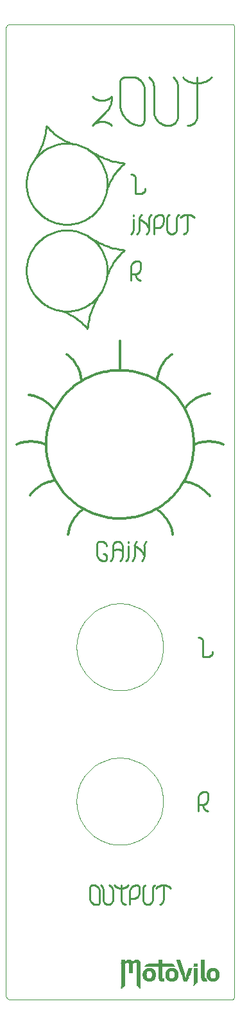
<source format=gto>
G75*
%MOIN*%
%OFA0B0*%
%FSLAX24Y24*%
%IPPOS*%
%LPD*%
%AMOC8*
5,1,8,0,0,1.08239X$1,22.5*
%
%ADD10C,0.0000*%
%ADD11C,0.0100*%
%ADD12C,0.0120*%
%ADD13R,0.0016X0.0008*%
%ADD14R,0.0024X0.0008*%
%ADD15R,0.0031X0.0008*%
%ADD16R,0.0047X0.0008*%
%ADD17R,0.0039X0.0008*%
%ADD18R,0.0063X0.0008*%
%ADD19R,0.0087X0.0008*%
%ADD20R,0.0079X0.0008*%
%ADD21R,0.0102X0.0008*%
%ADD22R,0.0094X0.0008*%
%ADD23R,0.0118X0.0008*%
%ADD24R,0.0142X0.0008*%
%ADD25R,0.0134X0.0008*%
%ADD26R,0.0157X0.0008*%
%ADD27R,0.0150X0.0008*%
%ADD28R,0.0173X0.0008*%
%ADD29R,0.0165X0.0008*%
%ADD30R,0.0181X0.0008*%
%ADD31R,0.0197X0.0008*%
%ADD32R,0.0189X0.0008*%
%ADD33R,0.0008X0.0008*%
%ADD34R,0.0071X0.0008*%
%ADD35R,0.0126X0.0008*%
%ADD36R,0.0110X0.0008*%
%ADD37R,0.0236X0.0008*%
%ADD38R,0.0283X0.0008*%
%ADD39R,0.0220X0.0008*%
%ADD40R,0.0323X0.0008*%
%ADD41R,0.0228X0.0008*%
%ADD42R,0.0362X0.0008*%
%ADD43R,0.0244X0.0008*%
%ADD44R,0.0213X0.0008*%
%ADD45R,0.0354X0.0008*%
%ADD46R,0.0386X0.0008*%
%ADD47R,0.0252X0.0008*%
%ADD48R,0.0260X0.0008*%
%ADD49R,0.0409X0.0008*%
%ADD50R,0.0433X0.0008*%
%ADD51R,0.0268X0.0008*%
%ADD52R,0.0457X0.0008*%
%ADD53R,0.0276X0.0008*%
%ADD54R,0.0449X0.0008*%
%ADD55R,0.0472X0.0008*%
%ADD56R,0.0465X0.0008*%
%ADD57R,0.0488X0.0008*%
%ADD58R,0.0504X0.0008*%
%ADD59R,0.0496X0.0008*%
%ADD60R,0.0520X0.0008*%
%ADD61R,0.0291X0.0008*%
%ADD62R,0.0512X0.0008*%
%ADD63R,0.0535X0.0008*%
%ADD64R,0.0528X0.0008*%
%ADD65R,0.0299X0.0008*%
%ADD66R,0.0543X0.0008*%
%ADD67R,0.0551X0.0008*%
%ADD68R,0.0559X0.0008*%
%ADD69R,0.0567X0.0008*%
%ADD70R,0.0205X0.0008*%
%ADD71R,0.0307X0.0008*%
%ADD72R,0.0315X0.0008*%
%ADD73R,0.0480X0.0008*%
%ADD74R,0.0441X0.0008*%
%ADD75R,0.0425X0.0008*%
%ADD76R,0.0417X0.0008*%
%ADD77R,0.0394X0.0008*%
%ADD78R,0.0402X0.0008*%
%ADD79R,0.0370X0.0008*%
%ADD80R,0.0339X0.0008*%
%ADD81R,0.0331X0.0008*%
%ADD82R,0.1630X0.0008*%
%ADD83R,0.1622X0.0008*%
%ADD84R,0.1598X0.0008*%
%ADD85R,0.1583X0.0008*%
%ADD86R,0.1551X0.0008*%
%ADD87R,0.1535X0.0008*%
%ADD88R,0.1520X0.0008*%
%ADD89R,0.1496X0.0008*%
%ADD90R,0.1480X0.0008*%
%ADD91R,0.1465X0.0008*%
%ADD92R,0.1433X0.0008*%
%ADD93R,0.1417X0.0008*%
%ADD94R,0.1402X0.0008*%
%ADD95R,0.1378X0.0008*%
%ADD96R,0.1362X0.0008*%
%ADD97R,0.1346X0.0008*%
%ADD98R,0.1315X0.0008*%
%ADD99R,0.1299X0.0008*%
%ADD100R,0.1283X0.0008*%
%ADD101R,0.1260X0.0008*%
%ADD102R,0.0346X0.0008*%
%ADD103R,0.0984X0.0008*%
%ADD104R,0.0976X0.0008*%
%ADD105R,0.0969X0.0008*%
%ADD106R,0.0575X0.0008*%
D10*
X003260Y002648D02*
X003260Y052694D01*
X003262Y052724D01*
X003267Y052754D01*
X003276Y052783D01*
X003289Y052810D01*
X003304Y052836D01*
X003323Y052860D01*
X003344Y052881D01*
X003368Y052900D01*
X003394Y052915D01*
X003421Y052928D01*
X003450Y052937D01*
X003480Y052942D01*
X003510Y052944D01*
X015010Y052944D01*
X015030Y052942D01*
X015050Y052937D01*
X015068Y052928D01*
X015085Y052917D01*
X015099Y052903D01*
X015110Y052886D01*
X015119Y052868D01*
X015124Y052848D01*
X015126Y052828D01*
X015126Y002520D01*
X015124Y002500D01*
X015120Y002481D01*
X015112Y002462D01*
X015102Y002445D01*
X015089Y002430D01*
X015074Y002417D01*
X015057Y002407D01*
X015038Y002399D01*
X015019Y002395D01*
X014999Y002393D01*
X003515Y002393D01*
X003484Y002395D01*
X003454Y002400D01*
X003425Y002410D01*
X003396Y002422D01*
X003370Y002438D01*
X003346Y002457D01*
X003324Y002479D01*
X003305Y002503D01*
X003289Y002529D01*
X003277Y002558D01*
X003267Y002587D01*
X003262Y002617D01*
X003260Y002648D01*
X006943Y012669D02*
X006945Y012763D01*
X006951Y012857D01*
X006961Y012951D01*
X006975Y013044D01*
X006992Y013137D01*
X007014Y013229D01*
X007039Y013319D01*
X007068Y013409D01*
X007101Y013497D01*
X007138Y013584D01*
X007178Y013669D01*
X007221Y013753D01*
X007268Y013835D01*
X007319Y013914D01*
X007373Y013992D01*
X007430Y014067D01*
X007490Y014139D01*
X007553Y014209D01*
X007619Y014277D01*
X007687Y014341D01*
X007759Y014403D01*
X007833Y014461D01*
X007909Y014517D01*
X007987Y014569D01*
X008068Y014618D01*
X008151Y014663D01*
X008235Y014705D01*
X008321Y014743D01*
X008409Y014778D01*
X008498Y014809D01*
X008588Y014836D01*
X008679Y014860D01*
X008771Y014879D01*
X008864Y014895D01*
X008958Y014907D01*
X009052Y014915D01*
X009146Y014919D01*
X009240Y014919D01*
X009334Y014915D01*
X009428Y014907D01*
X009522Y014895D01*
X009615Y014879D01*
X009707Y014860D01*
X009798Y014836D01*
X009888Y014809D01*
X009977Y014778D01*
X010065Y014743D01*
X010151Y014705D01*
X010235Y014663D01*
X010318Y014618D01*
X010399Y014569D01*
X010477Y014517D01*
X010553Y014461D01*
X010627Y014403D01*
X010699Y014341D01*
X010767Y014277D01*
X010833Y014209D01*
X010896Y014139D01*
X010956Y014067D01*
X011013Y013992D01*
X011067Y013914D01*
X011118Y013835D01*
X011165Y013753D01*
X011208Y013669D01*
X011248Y013584D01*
X011285Y013497D01*
X011318Y013409D01*
X011347Y013319D01*
X011372Y013229D01*
X011394Y013137D01*
X011411Y013044D01*
X011425Y012951D01*
X011435Y012857D01*
X011441Y012763D01*
X011443Y012669D01*
X011441Y012575D01*
X011435Y012481D01*
X011425Y012387D01*
X011411Y012294D01*
X011394Y012201D01*
X011372Y012109D01*
X011347Y012019D01*
X011318Y011929D01*
X011285Y011841D01*
X011248Y011754D01*
X011208Y011669D01*
X011165Y011585D01*
X011118Y011503D01*
X011067Y011424D01*
X011013Y011346D01*
X010956Y011271D01*
X010896Y011199D01*
X010833Y011129D01*
X010767Y011061D01*
X010699Y010997D01*
X010627Y010935D01*
X010553Y010877D01*
X010477Y010821D01*
X010399Y010769D01*
X010318Y010720D01*
X010235Y010675D01*
X010151Y010633D01*
X010065Y010595D01*
X009977Y010560D01*
X009888Y010529D01*
X009798Y010502D01*
X009707Y010478D01*
X009615Y010459D01*
X009522Y010443D01*
X009428Y010431D01*
X009334Y010423D01*
X009240Y010419D01*
X009146Y010419D01*
X009052Y010423D01*
X008958Y010431D01*
X008864Y010443D01*
X008771Y010459D01*
X008679Y010478D01*
X008588Y010502D01*
X008498Y010529D01*
X008409Y010560D01*
X008321Y010595D01*
X008235Y010633D01*
X008151Y010675D01*
X008068Y010720D01*
X007987Y010769D01*
X007909Y010821D01*
X007833Y010877D01*
X007759Y010935D01*
X007687Y010997D01*
X007619Y011061D01*
X007553Y011129D01*
X007490Y011199D01*
X007430Y011271D01*
X007373Y011346D01*
X007319Y011424D01*
X007268Y011503D01*
X007221Y011585D01*
X007178Y011669D01*
X007138Y011754D01*
X007101Y011841D01*
X007068Y011929D01*
X007039Y012019D01*
X007014Y012109D01*
X006992Y012201D01*
X006975Y012294D01*
X006961Y012387D01*
X006951Y012481D01*
X006945Y012575D01*
X006943Y012669D01*
X006943Y020669D02*
X006945Y020763D01*
X006951Y020857D01*
X006961Y020951D01*
X006975Y021044D01*
X006992Y021137D01*
X007014Y021229D01*
X007039Y021319D01*
X007068Y021409D01*
X007101Y021497D01*
X007138Y021584D01*
X007178Y021669D01*
X007221Y021753D01*
X007268Y021835D01*
X007319Y021914D01*
X007373Y021992D01*
X007430Y022067D01*
X007490Y022139D01*
X007553Y022209D01*
X007619Y022277D01*
X007687Y022341D01*
X007759Y022403D01*
X007833Y022461D01*
X007909Y022517D01*
X007987Y022569D01*
X008068Y022618D01*
X008151Y022663D01*
X008235Y022705D01*
X008321Y022743D01*
X008409Y022778D01*
X008498Y022809D01*
X008588Y022836D01*
X008679Y022860D01*
X008771Y022879D01*
X008864Y022895D01*
X008958Y022907D01*
X009052Y022915D01*
X009146Y022919D01*
X009240Y022919D01*
X009334Y022915D01*
X009428Y022907D01*
X009522Y022895D01*
X009615Y022879D01*
X009707Y022860D01*
X009798Y022836D01*
X009888Y022809D01*
X009977Y022778D01*
X010065Y022743D01*
X010151Y022705D01*
X010235Y022663D01*
X010318Y022618D01*
X010399Y022569D01*
X010477Y022517D01*
X010553Y022461D01*
X010627Y022403D01*
X010699Y022341D01*
X010767Y022277D01*
X010833Y022209D01*
X010896Y022139D01*
X010956Y022067D01*
X011013Y021992D01*
X011067Y021914D01*
X011118Y021835D01*
X011165Y021753D01*
X011208Y021669D01*
X011248Y021584D01*
X011285Y021497D01*
X011318Y021409D01*
X011347Y021319D01*
X011372Y021229D01*
X011394Y021137D01*
X011411Y021044D01*
X011425Y020951D01*
X011435Y020857D01*
X011441Y020763D01*
X011443Y020669D01*
X011441Y020575D01*
X011435Y020481D01*
X011425Y020387D01*
X011411Y020294D01*
X011394Y020201D01*
X011372Y020109D01*
X011347Y020019D01*
X011318Y019929D01*
X011285Y019841D01*
X011248Y019754D01*
X011208Y019669D01*
X011165Y019585D01*
X011118Y019503D01*
X011067Y019424D01*
X011013Y019346D01*
X010956Y019271D01*
X010896Y019199D01*
X010833Y019129D01*
X010767Y019061D01*
X010699Y018997D01*
X010627Y018935D01*
X010553Y018877D01*
X010477Y018821D01*
X010399Y018769D01*
X010318Y018720D01*
X010235Y018675D01*
X010151Y018633D01*
X010065Y018595D01*
X009977Y018560D01*
X009888Y018529D01*
X009798Y018502D01*
X009707Y018478D01*
X009615Y018459D01*
X009522Y018443D01*
X009428Y018431D01*
X009334Y018423D01*
X009240Y018419D01*
X009146Y018419D01*
X009052Y018423D01*
X008958Y018431D01*
X008864Y018443D01*
X008771Y018459D01*
X008679Y018478D01*
X008588Y018502D01*
X008498Y018529D01*
X008409Y018560D01*
X008321Y018595D01*
X008235Y018633D01*
X008151Y018675D01*
X008068Y018720D01*
X007987Y018769D01*
X007909Y018821D01*
X007833Y018877D01*
X007759Y018935D01*
X007687Y018997D01*
X007619Y019061D01*
X007553Y019129D01*
X007490Y019199D01*
X007430Y019271D01*
X007373Y019346D01*
X007319Y019424D01*
X007268Y019503D01*
X007221Y019585D01*
X007178Y019669D01*
X007138Y019754D01*
X007101Y019841D01*
X007068Y019929D01*
X007039Y020019D01*
X007014Y020109D01*
X006992Y020201D01*
X006975Y020294D01*
X006961Y020387D01*
X006951Y020481D01*
X006945Y020575D01*
X006943Y020669D01*
D11*
X008385Y025132D02*
X008405Y025134D01*
X008424Y025138D01*
X008442Y025146D01*
X008458Y025156D01*
X008473Y025169D01*
X008486Y025184D01*
X008496Y025200D01*
X008504Y025218D01*
X008508Y025237D01*
X008510Y025257D01*
X008510Y025319D01*
X008697Y025131D02*
X008723Y025151D01*
X008747Y025173D01*
X008768Y025198D01*
X008786Y025225D01*
X008800Y025255D01*
X008811Y025285D01*
X008819Y025317D01*
X008823Y025349D01*
X008822Y025382D01*
X008822Y025632D01*
X008822Y025882D01*
X009072Y026132D02*
X009102Y026130D01*
X009132Y026125D01*
X009161Y026116D01*
X009188Y026103D01*
X009214Y026088D01*
X009238Y026069D01*
X009259Y026048D01*
X009278Y026024D01*
X009293Y025998D01*
X009306Y025971D01*
X009315Y025942D01*
X009320Y025912D01*
X009322Y025882D01*
X009322Y025632D01*
X009322Y025382D01*
X009510Y025131D02*
X009536Y025151D01*
X009560Y025173D01*
X009581Y025198D01*
X009599Y025225D01*
X009613Y025255D01*
X009624Y025285D01*
X009632Y025317D01*
X009636Y025349D01*
X009635Y025382D01*
X009635Y025882D01*
X009635Y026069D02*
X009635Y026132D01*
X009947Y025882D02*
X009947Y025382D01*
X010322Y025131D02*
X010348Y025151D01*
X010372Y025173D01*
X010393Y025198D01*
X010411Y025225D01*
X010425Y025255D01*
X010436Y025285D01*
X010444Y025317D01*
X010448Y025349D01*
X010447Y025382D01*
X010447Y025882D01*
X010072Y026133D02*
X010046Y026113D01*
X010022Y026091D01*
X010001Y026066D01*
X009983Y026039D01*
X009969Y026009D01*
X009958Y025979D01*
X009950Y025947D01*
X009946Y025915D01*
X009947Y025882D01*
X009947Y025382D02*
X009948Y025349D01*
X009944Y025317D01*
X009936Y025285D01*
X009925Y025255D01*
X009911Y025225D01*
X009893Y025198D01*
X009872Y025173D01*
X009848Y025151D01*
X009822Y025131D01*
X010447Y025382D02*
X010431Y025433D01*
X010412Y025482D01*
X010389Y025529D01*
X010363Y025575D01*
X010333Y025619D01*
X010300Y025660D01*
X010264Y025699D01*
X010225Y025735D01*
X010184Y025768D01*
X010140Y025798D01*
X010094Y025824D01*
X010047Y025847D01*
X009998Y025866D01*
X009947Y025882D01*
X009072Y026132D02*
X009042Y026130D01*
X009012Y026125D01*
X008983Y026116D01*
X008956Y026103D01*
X008930Y026088D01*
X008906Y026069D01*
X008885Y026048D01*
X008866Y026024D01*
X008851Y025998D01*
X008838Y025971D01*
X008829Y025942D01*
X008824Y025912D01*
X008822Y025882D01*
X008822Y025632D02*
X008849Y025657D01*
X008879Y025679D01*
X008911Y025697D01*
X008945Y025712D01*
X008980Y025724D01*
X009017Y025732D01*
X009053Y025736D01*
X009091Y025736D01*
X009127Y025732D01*
X009164Y025724D01*
X009199Y025712D01*
X009233Y025697D01*
X009265Y025679D01*
X009295Y025657D01*
X009322Y025632D01*
X009322Y025382D02*
X009323Y025349D01*
X009319Y025317D01*
X009311Y025285D01*
X009300Y025255D01*
X009286Y025225D01*
X009268Y025198D01*
X009247Y025173D01*
X009223Y025151D01*
X009197Y025131D01*
X008510Y025319D02*
X008508Y025346D01*
X008502Y025372D01*
X008493Y025397D01*
X008480Y025421D01*
X008464Y025442D01*
X008445Y025461D01*
X008424Y025477D01*
X008400Y025490D01*
X008375Y025499D01*
X008349Y025505D01*
X008322Y025507D01*
X008009Y025444D02*
X008013Y025410D01*
X008020Y025377D01*
X008030Y025344D01*
X008044Y025313D01*
X008060Y025283D01*
X008080Y025255D01*
X008103Y025229D01*
X008128Y025206D01*
X008156Y025185D01*
X008185Y025168D01*
X008216Y025153D01*
X008248Y025142D01*
X008282Y025134D01*
X008316Y025130D01*
X008350Y025129D01*
X008384Y025132D01*
X008010Y025444D02*
X008010Y026007D01*
X008012Y026027D01*
X008016Y026046D01*
X008024Y026064D01*
X008034Y026080D01*
X008047Y026095D01*
X008062Y026108D01*
X008078Y026118D01*
X008096Y026126D01*
X008115Y026130D01*
X008135Y026132D01*
X008197Y026132D01*
X008228Y026134D01*
X008260Y026132D01*
X008291Y026127D01*
X008322Y026118D01*
X008351Y026106D01*
X008379Y026090D01*
X008405Y026072D01*
X008428Y026051D01*
X008450Y026027D01*
X008468Y026001D01*
X008483Y025973D01*
X008495Y025944D01*
X008504Y025914D01*
X008509Y025882D01*
X010447Y025882D02*
X010446Y025915D01*
X010450Y025947D01*
X010458Y025979D01*
X010469Y026009D01*
X010483Y026039D01*
X010501Y026066D01*
X010522Y026091D01*
X010546Y026113D01*
X010572Y026133D01*
X013260Y021169D02*
X013290Y021167D01*
X013320Y021162D01*
X013349Y021153D01*
X013376Y021140D01*
X013402Y021125D01*
X013426Y021106D01*
X013447Y021085D01*
X013466Y021061D01*
X013481Y021035D01*
X013494Y021008D01*
X013503Y020979D01*
X013508Y020949D01*
X013510Y020919D01*
X013510Y020169D01*
X013760Y020169D01*
X013790Y020171D01*
X013820Y020176D01*
X013849Y020185D01*
X013876Y020198D01*
X013902Y020213D01*
X013926Y020232D01*
X013947Y020253D01*
X013966Y020277D01*
X013981Y020303D01*
X013994Y020330D01*
X014003Y020359D01*
X014008Y020389D01*
X014010Y020419D01*
X013760Y013044D02*
X013760Y012794D01*
X013634Y013169D02*
X013598Y013170D01*
X013562Y013168D01*
X013527Y013161D01*
X013492Y013152D01*
X013458Y013138D01*
X013426Y013121D01*
X013396Y013101D01*
X013369Y013078D01*
X013343Y013052D01*
X013321Y013024D01*
X013302Y012993D01*
X013286Y012961D01*
X013273Y012927D01*
X013265Y012892D01*
X013259Y012856D01*
X013260Y012856D02*
X013260Y012481D01*
X013447Y012481D01*
X013260Y012481D02*
X013260Y012169D01*
X013510Y012481D02*
X013508Y012450D01*
X013510Y012418D01*
X013515Y012387D01*
X013524Y012356D01*
X013536Y012327D01*
X013552Y012299D01*
X013570Y012273D01*
X013591Y012250D01*
X013615Y012228D01*
X013641Y012210D01*
X013669Y012195D01*
X013698Y012183D01*
X013728Y012174D01*
X013760Y012169D01*
X013447Y012481D02*
X013480Y012483D01*
X013512Y012488D01*
X013544Y012496D01*
X013574Y012508D01*
X013604Y012523D01*
X013631Y012541D01*
X013656Y012561D01*
X013680Y012585D01*
X013700Y012610D01*
X013718Y012638D01*
X013733Y012667D01*
X013745Y012697D01*
X013753Y012729D01*
X013758Y012761D01*
X013760Y012794D01*
X013760Y013044D02*
X013758Y013064D01*
X013754Y013083D01*
X013746Y013101D01*
X013736Y013117D01*
X013723Y013132D01*
X013708Y013145D01*
X013692Y013155D01*
X013674Y013163D01*
X013655Y013167D01*
X013635Y013169D01*
X009635Y008319D02*
X009603Y008290D01*
X009568Y008263D01*
X009531Y008239D01*
X009493Y008218D01*
X009453Y008200D01*
X009411Y008186D01*
X009369Y008175D01*
X009326Y008168D01*
X009282Y008164D01*
X009238Y008164D01*
X009194Y008168D01*
X009151Y008175D01*
X009109Y008186D01*
X009067Y008200D01*
X009027Y008218D01*
X008989Y008239D01*
X008952Y008263D01*
X008917Y008290D01*
X008885Y008319D01*
X008822Y008069D02*
X008822Y007569D01*
X008820Y007539D01*
X008815Y007509D01*
X008806Y007480D01*
X008793Y007453D01*
X008778Y007427D01*
X008759Y007403D01*
X008738Y007382D01*
X008714Y007363D01*
X008688Y007348D01*
X008661Y007335D01*
X008632Y007326D01*
X008602Y007321D01*
X008572Y007319D01*
X008542Y007321D01*
X008512Y007326D01*
X008483Y007335D01*
X008456Y007348D01*
X008430Y007363D01*
X008406Y007382D01*
X008385Y007403D01*
X008366Y007427D01*
X008351Y007453D01*
X008338Y007480D01*
X008329Y007509D01*
X008324Y007539D01*
X008322Y007569D01*
X008322Y008069D01*
X008635Y008320D02*
X008664Y008305D01*
X008692Y008288D01*
X008718Y008268D01*
X008741Y008245D01*
X008762Y008220D01*
X008781Y008193D01*
X008796Y008164D01*
X008808Y008133D01*
X008817Y008102D01*
X008823Y008069D01*
X009260Y008319D02*
X009260Y007569D01*
X009262Y007539D01*
X009267Y007509D01*
X009276Y007480D01*
X009289Y007453D01*
X009304Y007427D01*
X009323Y007403D01*
X009344Y007382D01*
X009368Y007363D01*
X009394Y007348D01*
X009421Y007335D01*
X009450Y007326D01*
X009480Y007321D01*
X009510Y007319D01*
X009697Y007319D02*
X009697Y007632D01*
X009885Y007632D01*
X009697Y007632D02*
X009697Y008007D01*
X009885Y007631D02*
X009918Y007633D01*
X009950Y007638D01*
X009982Y007646D01*
X010012Y007658D01*
X010042Y007673D01*
X010069Y007691D01*
X010094Y007711D01*
X010118Y007735D01*
X010138Y007760D01*
X010156Y007787D01*
X010171Y007817D01*
X010183Y007847D01*
X010191Y007879D01*
X010196Y007911D01*
X010198Y007944D01*
X010197Y007944D02*
X010197Y008194D01*
X010195Y008214D01*
X010191Y008233D01*
X010183Y008251D01*
X010173Y008267D01*
X010160Y008282D01*
X010145Y008295D01*
X010129Y008305D01*
X010111Y008313D01*
X010092Y008317D01*
X010072Y008319D01*
X010072Y008320D02*
X010036Y008321D01*
X010000Y008319D01*
X009965Y008312D01*
X009930Y008303D01*
X009896Y008289D01*
X009864Y008272D01*
X009834Y008252D01*
X009807Y008229D01*
X009781Y008203D01*
X009759Y008175D01*
X009740Y008144D01*
X009724Y008112D01*
X009711Y008078D01*
X009703Y008043D01*
X009697Y008007D01*
X010385Y008132D02*
X010385Y007569D01*
X010635Y007319D02*
X010665Y007321D01*
X010695Y007326D01*
X010724Y007335D01*
X010751Y007348D01*
X010777Y007363D01*
X010801Y007382D01*
X010822Y007403D01*
X010841Y007427D01*
X010856Y007453D01*
X010869Y007480D01*
X010878Y007509D01*
X010883Y007539D01*
X010885Y007569D01*
X010885Y008132D01*
X010884Y008132D02*
X010885Y008159D01*
X010889Y008185D01*
X010897Y008211D01*
X010908Y008235D01*
X010923Y008258D01*
X010941Y008278D01*
X010962Y008295D01*
X010985Y008309D01*
X011009Y008319D01*
X011447Y008319D02*
X011447Y007569D01*
X011822Y008169D02*
X011790Y008198D01*
X011755Y008225D01*
X011718Y008249D01*
X011680Y008270D01*
X011640Y008288D01*
X011598Y008302D01*
X011556Y008313D01*
X011513Y008320D01*
X011469Y008324D01*
X011425Y008324D01*
X011381Y008320D01*
X011338Y008313D01*
X011296Y008302D01*
X011254Y008288D01*
X011214Y008270D01*
X011176Y008249D01*
X011139Y008225D01*
X011104Y008198D01*
X011072Y008169D01*
X010509Y008319D02*
X010485Y008309D01*
X010462Y008295D01*
X010441Y008278D01*
X010423Y008258D01*
X010408Y008235D01*
X010397Y008211D01*
X010389Y008185D01*
X010385Y008159D01*
X010384Y008132D01*
X010385Y007569D02*
X010387Y007539D01*
X010392Y007509D01*
X010401Y007480D01*
X010414Y007453D01*
X010429Y007427D01*
X010448Y007403D01*
X010469Y007382D01*
X010493Y007363D01*
X010519Y007348D01*
X010546Y007335D01*
X010575Y007326D01*
X010605Y007321D01*
X010635Y007319D01*
X011259Y007320D02*
X011288Y007329D01*
X011316Y007343D01*
X011341Y007359D01*
X011365Y007379D01*
X011386Y007401D01*
X011404Y007425D01*
X011420Y007452D01*
X011432Y007480D01*
X011440Y007509D01*
X011446Y007539D01*
X011447Y007570D01*
X008135Y007444D02*
X008135Y008007D01*
X008322Y008069D02*
X008323Y008102D01*
X008319Y008134D01*
X008311Y008166D01*
X008300Y008196D01*
X008286Y008226D01*
X008268Y008253D01*
X008247Y008278D01*
X008223Y008300D01*
X008197Y008320D01*
X007822Y008319D02*
X007760Y008319D01*
X007740Y008317D01*
X007721Y008313D01*
X007703Y008305D01*
X007687Y008295D01*
X007672Y008282D01*
X007659Y008267D01*
X007649Y008251D01*
X007641Y008233D01*
X007637Y008214D01*
X007635Y008194D01*
X007635Y007632D01*
X007634Y007632D02*
X007638Y007598D01*
X007645Y007565D01*
X007655Y007532D01*
X007669Y007501D01*
X007685Y007471D01*
X007705Y007443D01*
X007728Y007417D01*
X007753Y007394D01*
X007781Y007373D01*
X007810Y007356D01*
X007841Y007341D01*
X007873Y007330D01*
X007907Y007322D01*
X007941Y007318D01*
X007975Y007317D01*
X008009Y007320D01*
X008010Y007319D02*
X008030Y007321D01*
X008049Y007325D01*
X008067Y007333D01*
X008083Y007343D01*
X008098Y007356D01*
X008111Y007371D01*
X008121Y007387D01*
X008129Y007405D01*
X008133Y007424D01*
X008135Y007444D01*
X008135Y008007D02*
X008133Y008040D01*
X008128Y008072D01*
X008120Y008104D01*
X008108Y008134D01*
X008093Y008164D01*
X008075Y008191D01*
X008055Y008216D01*
X008031Y008240D01*
X008006Y008260D01*
X007979Y008278D01*
X007949Y008293D01*
X007919Y008305D01*
X007887Y008313D01*
X007855Y008318D01*
X007822Y008320D01*
X007499Y037169D02*
X007424Y037253D01*
X007347Y037334D01*
X007266Y037412D01*
X007183Y037488D01*
X007098Y037560D01*
X007010Y037630D01*
X006919Y037696D01*
X006826Y037760D01*
X006732Y037819D01*
X006635Y037876D01*
X006536Y037929D01*
X006435Y037979D01*
X006333Y038025D01*
X006229Y038068D01*
X006124Y038107D01*
X004337Y040169D02*
X004339Y040261D01*
X004345Y040352D01*
X004355Y040443D01*
X004369Y040534D01*
X004387Y040624D01*
X004409Y040713D01*
X004434Y040800D01*
X004464Y040887D01*
X004497Y040973D01*
X004534Y041056D01*
X004574Y041139D01*
X004618Y041219D01*
X004666Y041297D01*
X004717Y041374D01*
X004771Y041447D01*
X004828Y041519D01*
X004889Y041588D01*
X004952Y041654D01*
X005018Y041717D01*
X005087Y041778D01*
X005159Y041835D01*
X005232Y041889D01*
X005309Y041940D01*
X005387Y041988D01*
X005467Y042032D01*
X005550Y042072D01*
X005633Y042109D01*
X005719Y042142D01*
X005806Y042172D01*
X005893Y042197D01*
X005982Y042219D01*
X006072Y042237D01*
X006163Y042251D01*
X006254Y042261D01*
X006345Y042267D01*
X006437Y042269D01*
X006529Y042267D01*
X006620Y042261D01*
X006711Y042251D01*
X006802Y042237D01*
X006892Y042219D01*
X006981Y042197D01*
X007068Y042172D01*
X007155Y042142D01*
X007241Y042109D01*
X007324Y042072D01*
X007407Y042032D01*
X007487Y041988D01*
X007565Y041940D01*
X007642Y041889D01*
X007715Y041835D01*
X007787Y041778D01*
X007856Y041717D01*
X007922Y041654D01*
X007985Y041588D01*
X008046Y041519D01*
X008103Y041447D01*
X008157Y041374D01*
X008208Y041297D01*
X008256Y041219D01*
X008300Y041139D01*
X008340Y041056D01*
X008377Y040973D01*
X008410Y040887D01*
X008440Y040800D01*
X008465Y040713D01*
X008487Y040624D01*
X008505Y040534D01*
X008519Y040443D01*
X008529Y040352D01*
X008535Y040261D01*
X008537Y040169D01*
X008535Y040077D01*
X008529Y039986D01*
X008519Y039895D01*
X008505Y039804D01*
X008487Y039714D01*
X008465Y039625D01*
X008440Y039538D01*
X008410Y039451D01*
X008377Y039365D01*
X008340Y039282D01*
X008300Y039199D01*
X008256Y039119D01*
X008208Y039041D01*
X008157Y038964D01*
X008103Y038891D01*
X008046Y038819D01*
X007985Y038750D01*
X007922Y038684D01*
X007856Y038621D01*
X007787Y038560D01*
X007715Y038503D01*
X007642Y038449D01*
X007565Y038398D01*
X007487Y038350D01*
X007407Y038306D01*
X007324Y038266D01*
X007241Y038229D01*
X007155Y038196D01*
X007068Y038166D01*
X006981Y038141D01*
X006892Y038119D01*
X006802Y038101D01*
X006711Y038087D01*
X006620Y038077D01*
X006529Y038071D01*
X006437Y038069D01*
X006345Y038071D01*
X006254Y038077D01*
X006163Y038087D01*
X006072Y038101D01*
X005982Y038119D01*
X005893Y038141D01*
X005806Y038166D01*
X005719Y038196D01*
X005633Y038229D01*
X005550Y038266D01*
X005467Y038306D01*
X005387Y038350D01*
X005309Y038398D01*
X005232Y038449D01*
X005159Y038503D01*
X005087Y038560D01*
X005018Y038621D01*
X004952Y038684D01*
X004889Y038750D01*
X004828Y038819D01*
X004771Y038891D01*
X004717Y038964D01*
X004666Y039041D01*
X004618Y039119D01*
X004574Y039199D01*
X004534Y039282D01*
X004497Y039365D01*
X004464Y039451D01*
X004434Y039538D01*
X004409Y039625D01*
X004387Y039714D01*
X004369Y039804D01*
X004355Y039895D01*
X004345Y039986D01*
X004339Y040077D01*
X004337Y040169D01*
X004337Y044669D02*
X004339Y044761D01*
X004345Y044852D01*
X004355Y044943D01*
X004369Y045034D01*
X004387Y045124D01*
X004409Y045213D01*
X004434Y045300D01*
X004464Y045387D01*
X004497Y045473D01*
X004534Y045556D01*
X004574Y045639D01*
X004618Y045719D01*
X004666Y045797D01*
X004717Y045874D01*
X004771Y045947D01*
X004828Y046019D01*
X004889Y046088D01*
X004952Y046154D01*
X005018Y046217D01*
X005087Y046278D01*
X005159Y046335D01*
X005232Y046389D01*
X005309Y046440D01*
X005387Y046488D01*
X005467Y046532D01*
X005550Y046572D01*
X005633Y046609D01*
X005719Y046642D01*
X005806Y046672D01*
X005893Y046697D01*
X005982Y046719D01*
X006072Y046737D01*
X006163Y046751D01*
X006254Y046761D01*
X006345Y046767D01*
X006437Y046769D01*
X006529Y046767D01*
X006620Y046761D01*
X006711Y046751D01*
X006802Y046737D01*
X006892Y046719D01*
X006981Y046697D01*
X007068Y046672D01*
X007155Y046642D01*
X007241Y046609D01*
X007324Y046572D01*
X007407Y046532D01*
X007487Y046488D01*
X007565Y046440D01*
X007642Y046389D01*
X007715Y046335D01*
X007787Y046278D01*
X007856Y046217D01*
X007922Y046154D01*
X007985Y046088D01*
X008046Y046019D01*
X008103Y045947D01*
X008157Y045874D01*
X008208Y045797D01*
X008256Y045719D01*
X008300Y045639D01*
X008340Y045556D01*
X008377Y045473D01*
X008410Y045387D01*
X008440Y045300D01*
X008465Y045213D01*
X008487Y045124D01*
X008505Y045034D01*
X008519Y044943D01*
X008529Y044852D01*
X008535Y044761D01*
X008537Y044669D01*
X008535Y044577D01*
X008529Y044486D01*
X008519Y044395D01*
X008505Y044304D01*
X008487Y044214D01*
X008465Y044125D01*
X008440Y044038D01*
X008410Y043951D01*
X008377Y043865D01*
X008340Y043782D01*
X008300Y043699D01*
X008256Y043619D01*
X008208Y043541D01*
X008157Y043464D01*
X008103Y043391D01*
X008046Y043319D01*
X007985Y043250D01*
X007922Y043184D01*
X007856Y043121D01*
X007787Y043060D01*
X007715Y043003D01*
X007642Y042949D01*
X007565Y042898D01*
X007487Y042850D01*
X007407Y042806D01*
X007324Y042766D01*
X007241Y042729D01*
X007155Y042696D01*
X007068Y042666D01*
X006981Y042641D01*
X006892Y042619D01*
X006802Y042601D01*
X006711Y042587D01*
X006620Y042577D01*
X006529Y042571D01*
X006437Y042569D01*
X006345Y042571D01*
X006254Y042577D01*
X006163Y042587D01*
X006072Y042601D01*
X005982Y042619D01*
X005893Y042641D01*
X005806Y042666D01*
X005719Y042696D01*
X005633Y042729D01*
X005550Y042766D01*
X005467Y042806D01*
X005387Y042850D01*
X005309Y042898D01*
X005232Y042949D01*
X005159Y043003D01*
X005087Y043060D01*
X005018Y043121D01*
X004952Y043184D01*
X004889Y043250D01*
X004828Y043319D01*
X004771Y043391D01*
X004717Y043464D01*
X004666Y043541D01*
X004618Y043619D01*
X004574Y043699D01*
X004534Y043782D01*
X004497Y043865D01*
X004464Y043951D01*
X004434Y044038D01*
X004409Y044125D01*
X004387Y044214D01*
X004369Y044304D01*
X004355Y044395D01*
X004345Y044486D01*
X004339Y044577D01*
X004337Y044669D01*
X004625Y045731D02*
X004696Y045832D01*
X004764Y045935D01*
X004829Y046041D01*
X004891Y046148D01*
X004950Y046257D01*
X005005Y046367D01*
X005056Y046480D01*
X005105Y046593D01*
X005149Y046709D01*
X005190Y046825D01*
X005228Y046943D01*
X005262Y047062D01*
X005292Y047182D01*
X005318Y047303D01*
X005341Y047424D01*
X005360Y047546D01*
X005375Y047669D01*
X007760Y047694D02*
X008467Y048402D01*
X008760Y049109D02*
X008760Y049194D01*
X009197Y048944D02*
X009197Y049944D01*
X009199Y049974D01*
X009204Y050004D01*
X009213Y050033D01*
X009226Y050060D01*
X009241Y050086D01*
X009260Y050110D01*
X009281Y050131D01*
X009305Y050150D01*
X009331Y050165D01*
X009358Y050178D01*
X009387Y050187D01*
X009417Y050192D01*
X009447Y050194D01*
X009947Y050194D01*
X007498Y046481D02*
X007599Y046410D01*
X007702Y046342D01*
X007808Y046277D01*
X007915Y046215D01*
X008024Y046156D01*
X008134Y046101D01*
X008247Y046050D01*
X008360Y046001D01*
X008476Y045957D01*
X008592Y045916D01*
X008710Y045878D01*
X008829Y045844D01*
X008949Y045814D01*
X009070Y045788D01*
X009191Y045765D01*
X009313Y045746D01*
X009436Y045731D01*
X007498Y041981D02*
X007599Y041910D01*
X007702Y041842D01*
X007808Y041777D01*
X007915Y041715D01*
X008024Y041656D01*
X008134Y041601D01*
X008247Y041550D01*
X008360Y041501D01*
X008476Y041457D01*
X008592Y041416D01*
X008710Y041378D01*
X008829Y041344D01*
X008949Y041314D01*
X009070Y041288D01*
X009191Y041265D01*
X009313Y041246D01*
X009436Y041231D01*
X010135Y040669D02*
X010155Y040667D01*
X010174Y040663D01*
X010192Y040655D01*
X010208Y040645D01*
X010223Y040632D01*
X010236Y040617D01*
X010246Y040601D01*
X010254Y040583D01*
X010258Y040564D01*
X010260Y040544D01*
X010260Y040294D01*
X010134Y040669D02*
X010098Y040670D01*
X010062Y040668D01*
X010027Y040661D01*
X009992Y040652D01*
X009958Y040638D01*
X009926Y040621D01*
X009896Y040601D01*
X009869Y040578D01*
X009843Y040552D01*
X009821Y040524D01*
X009802Y040493D01*
X009786Y040461D01*
X009773Y040427D01*
X009765Y040392D01*
X009759Y040356D01*
X009760Y040356D02*
X009760Y039981D01*
X009947Y039981D01*
X009760Y039981D02*
X009760Y039669D01*
X010010Y039981D02*
X010008Y039950D01*
X010010Y039918D01*
X010015Y039887D01*
X010024Y039856D01*
X010036Y039827D01*
X010052Y039799D01*
X010070Y039773D01*
X010091Y039750D01*
X010115Y039728D01*
X010141Y039710D01*
X010169Y039695D01*
X010198Y039683D01*
X010228Y039674D01*
X010260Y039669D01*
X009947Y039981D02*
X009980Y039983D01*
X010012Y039988D01*
X010044Y039996D01*
X010074Y040008D01*
X010104Y040023D01*
X010131Y040041D01*
X010156Y040061D01*
X010180Y040085D01*
X010200Y040110D01*
X010218Y040138D01*
X010233Y040167D01*
X010245Y040197D01*
X010253Y040229D01*
X010258Y040261D01*
X010260Y040294D01*
X009437Y041231D02*
X009353Y041156D01*
X009272Y041079D01*
X009194Y040998D01*
X009118Y040915D01*
X009046Y040830D01*
X008976Y040742D01*
X008910Y040651D01*
X008846Y040558D01*
X008787Y040464D01*
X008730Y040367D01*
X008677Y040268D01*
X008627Y040167D01*
X008581Y040065D01*
X008538Y039961D01*
X008499Y039856D01*
X009760Y042069D02*
X009786Y042089D01*
X009810Y042111D01*
X009831Y042136D01*
X009849Y042163D01*
X009863Y042193D01*
X009874Y042223D01*
X009882Y042255D01*
X009886Y042287D01*
X009885Y042320D01*
X009885Y042319D02*
X009885Y042819D01*
X009885Y043007D02*
X009885Y043069D01*
X010197Y042819D02*
X010197Y042319D01*
X010572Y042069D02*
X010598Y042089D01*
X010622Y042111D01*
X010643Y042136D01*
X010661Y042163D01*
X010675Y042193D01*
X010686Y042223D01*
X010694Y042255D01*
X010698Y042287D01*
X010697Y042320D01*
X010697Y042319D02*
X010697Y042819D01*
X010322Y043070D02*
X010296Y043050D01*
X010272Y043028D01*
X010251Y043003D01*
X010233Y042976D01*
X010219Y042946D01*
X010208Y042916D01*
X010200Y042884D01*
X010196Y042852D01*
X010197Y042819D01*
X010197Y042320D02*
X010198Y042287D01*
X010194Y042255D01*
X010186Y042223D01*
X010175Y042193D01*
X010161Y042163D01*
X010143Y042136D01*
X010122Y042111D01*
X010098Y042089D01*
X010072Y042069D01*
X010697Y042319D02*
X010681Y042370D01*
X010662Y042419D01*
X010639Y042466D01*
X010613Y042512D01*
X010583Y042556D01*
X010550Y042597D01*
X010514Y042636D01*
X010475Y042672D01*
X010434Y042705D01*
X010390Y042735D01*
X010344Y042761D01*
X010297Y042784D01*
X010248Y042803D01*
X010197Y042819D01*
X010947Y042757D02*
X010947Y042382D01*
X011135Y042382D01*
X010947Y042382D02*
X010947Y042069D01*
X011135Y042381D02*
X011168Y042383D01*
X011200Y042388D01*
X011232Y042396D01*
X011262Y042408D01*
X011292Y042423D01*
X011319Y042441D01*
X011344Y042461D01*
X011368Y042485D01*
X011388Y042510D01*
X011406Y042538D01*
X011421Y042567D01*
X011433Y042597D01*
X011441Y042629D01*
X011446Y042661D01*
X011448Y042694D01*
X011447Y042694D02*
X011447Y042944D01*
X011445Y042964D01*
X011441Y042983D01*
X011433Y043001D01*
X011423Y043017D01*
X011410Y043032D01*
X011395Y043045D01*
X011379Y043055D01*
X011361Y043063D01*
X011342Y043067D01*
X011322Y043069D01*
X008499Y044356D02*
X008538Y044461D01*
X008581Y044565D01*
X008627Y044667D01*
X008677Y044768D01*
X008730Y044867D01*
X008787Y044964D01*
X008846Y045058D01*
X008910Y045151D01*
X008976Y045242D01*
X009046Y045330D01*
X009118Y045415D01*
X009194Y045498D01*
X009272Y045579D01*
X009353Y045656D01*
X009437Y045731D01*
X009760Y045169D02*
X009790Y045167D01*
X009820Y045162D01*
X009849Y045153D01*
X009876Y045140D01*
X009902Y045125D01*
X009926Y045106D01*
X009947Y045085D01*
X009966Y045061D01*
X009981Y045035D01*
X009994Y045008D01*
X010003Y044979D01*
X010008Y044949D01*
X010010Y044919D01*
X010010Y044169D01*
X010260Y044169D01*
X010290Y044171D01*
X010320Y044176D01*
X010349Y044185D01*
X010376Y044198D01*
X010402Y044213D01*
X010426Y044232D01*
X010447Y044253D01*
X010466Y044277D01*
X010481Y044303D01*
X010494Y044330D01*
X010503Y044359D01*
X010508Y044389D01*
X010510Y044419D01*
X010822Y043070D02*
X010796Y043050D01*
X010772Y043028D01*
X010751Y043003D01*
X010733Y042976D01*
X010719Y042946D01*
X010708Y042916D01*
X010700Y042884D01*
X010696Y042852D01*
X010697Y042819D01*
X010947Y042757D02*
X010953Y042793D01*
X010961Y042828D01*
X010974Y042862D01*
X010990Y042894D01*
X011009Y042925D01*
X011031Y042953D01*
X011057Y042979D01*
X011084Y043002D01*
X011114Y043022D01*
X011146Y043039D01*
X011180Y043053D01*
X011215Y043062D01*
X011250Y043069D01*
X011286Y043071D01*
X011322Y043070D01*
X011635Y042882D02*
X011635Y042319D01*
X011885Y042069D02*
X011915Y042071D01*
X011945Y042076D01*
X011974Y042085D01*
X012001Y042098D01*
X012027Y042113D01*
X012051Y042132D01*
X012072Y042153D01*
X012091Y042177D01*
X012106Y042203D01*
X012119Y042230D01*
X012128Y042259D01*
X012133Y042289D01*
X012135Y042319D01*
X012135Y042882D01*
X012134Y042882D02*
X012135Y042909D01*
X012139Y042935D01*
X012147Y042961D01*
X012158Y042985D01*
X012173Y043008D01*
X012191Y043028D01*
X012212Y043045D01*
X012235Y043059D01*
X012259Y043069D01*
X012697Y043069D02*
X012697Y042319D01*
X013072Y042919D02*
X013040Y042948D01*
X013005Y042975D01*
X012968Y042999D01*
X012930Y043020D01*
X012890Y043038D01*
X012848Y043052D01*
X012806Y043063D01*
X012763Y043070D01*
X012719Y043074D01*
X012675Y043074D01*
X012631Y043070D01*
X012588Y043063D01*
X012546Y043052D01*
X012504Y043038D01*
X012464Y043020D01*
X012426Y042999D01*
X012389Y042975D01*
X012354Y042948D01*
X012322Y042919D01*
X011759Y043069D02*
X011735Y043059D01*
X011712Y043045D01*
X011691Y043028D01*
X011673Y043008D01*
X011658Y042985D01*
X011647Y042961D01*
X011639Y042935D01*
X011635Y042909D01*
X011634Y042882D01*
X011635Y042319D02*
X011637Y042289D01*
X011642Y042259D01*
X011651Y042230D01*
X011664Y042203D01*
X011679Y042177D01*
X011698Y042153D01*
X011719Y042132D01*
X011743Y042113D01*
X011769Y042098D01*
X011796Y042085D01*
X011825Y042076D01*
X011855Y042071D01*
X011885Y042069D01*
X012509Y042070D02*
X012538Y042079D01*
X012566Y042093D01*
X012591Y042109D01*
X012615Y042129D01*
X012636Y042151D01*
X012654Y042175D01*
X012670Y042202D01*
X012682Y042230D01*
X012690Y042259D01*
X012696Y042289D01*
X012697Y042320D01*
X008760Y047694D02*
X008723Y047728D01*
X008684Y047760D01*
X008642Y047789D01*
X008599Y047815D01*
X008554Y047837D01*
X008507Y047856D01*
X008459Y047872D01*
X008410Y047885D01*
X008361Y047894D01*
X008310Y047899D01*
X008260Y047901D01*
X008210Y047899D01*
X008159Y047894D01*
X008110Y047885D01*
X008061Y047872D01*
X008013Y047856D01*
X007966Y047837D01*
X007921Y047815D01*
X007878Y047789D01*
X007836Y047760D01*
X007797Y047728D01*
X007760Y047694D01*
X008467Y048402D02*
X008509Y048446D01*
X008547Y048492D01*
X008583Y048541D01*
X008616Y048592D01*
X008645Y048644D01*
X008672Y048699D01*
X008695Y048754D01*
X008715Y048811D01*
X008731Y048870D01*
X008744Y048929D01*
X008753Y048988D01*
X008758Y049049D01*
X008760Y049109D01*
X008760Y049194D02*
X008723Y049160D01*
X008684Y049128D01*
X008642Y049099D01*
X008599Y049073D01*
X008554Y049051D01*
X008507Y049032D01*
X008459Y049016D01*
X008410Y049003D01*
X008361Y048994D01*
X008310Y048989D01*
X008260Y048987D01*
X008210Y048989D01*
X008159Y048994D01*
X008110Y049003D01*
X008061Y049016D01*
X008013Y049032D01*
X007966Y049051D01*
X007921Y049073D01*
X007878Y049099D01*
X007836Y049128D01*
X007797Y049160D01*
X007760Y049194D01*
X006749Y046731D02*
X006644Y046770D01*
X006540Y046813D01*
X006438Y046859D01*
X006337Y046909D01*
X006238Y046962D01*
X006141Y047019D01*
X006047Y047078D01*
X005954Y047142D01*
X005863Y047208D01*
X005775Y047278D01*
X005690Y047350D01*
X005607Y047426D01*
X005526Y047504D01*
X005449Y047585D01*
X005374Y047669D01*
X009947Y050194D02*
X009993Y050183D01*
X010039Y050168D01*
X010083Y050150D01*
X010125Y050129D01*
X010166Y050105D01*
X010206Y050078D01*
X010243Y050047D01*
X010277Y050015D01*
X010309Y049979D01*
X010338Y049942D01*
X010365Y049902D01*
X010388Y049861D01*
X010408Y049818D01*
X010425Y049773D01*
X010439Y049727D01*
X010449Y049681D01*
X010456Y049634D01*
X010459Y049586D01*
X010458Y049539D01*
X010454Y049491D01*
X010447Y049444D01*
X010447Y047944D01*
X010445Y047914D01*
X010440Y047884D01*
X010431Y047855D01*
X010418Y047828D01*
X010403Y047802D01*
X010384Y047778D01*
X010363Y047757D01*
X010339Y047738D01*
X010313Y047723D01*
X010286Y047710D01*
X010257Y047701D01*
X010227Y047696D01*
X010197Y047694D01*
X010947Y048444D02*
X010947Y049694D01*
X010947Y049695D02*
X010948Y049740D01*
X010945Y049784D01*
X010939Y049829D01*
X010929Y049873D01*
X010915Y049916D01*
X010899Y049958D01*
X010879Y049998D01*
X010855Y050036D01*
X010829Y050073D01*
X010800Y050107D01*
X010768Y050139D01*
X010734Y050168D01*
X010697Y050194D01*
X011947Y050194D02*
X011984Y050168D01*
X012018Y050139D01*
X012050Y050107D01*
X012079Y050073D01*
X012105Y050036D01*
X012129Y049998D01*
X012149Y049958D01*
X012165Y049916D01*
X012179Y049873D01*
X012189Y049829D01*
X012195Y049784D01*
X012198Y049740D01*
X012197Y049695D01*
X012197Y049694D02*
X012197Y048194D01*
X012195Y048150D01*
X012189Y048107D01*
X012180Y048065D01*
X012167Y048023D01*
X012150Y047983D01*
X012130Y047944D01*
X012107Y047907D01*
X012080Y047873D01*
X012051Y047840D01*
X012018Y047811D01*
X011984Y047784D01*
X011947Y047761D01*
X011908Y047741D01*
X011868Y047724D01*
X011826Y047711D01*
X011784Y047702D01*
X011741Y047696D01*
X011697Y047694D01*
X012697Y047694D02*
X012741Y047696D01*
X012784Y047702D01*
X012826Y047711D01*
X012868Y047724D01*
X012908Y047741D01*
X012947Y047761D01*
X012984Y047784D01*
X013018Y047811D01*
X013051Y047840D01*
X013080Y047873D01*
X013107Y047907D01*
X013130Y047944D01*
X013150Y047983D01*
X013167Y048023D01*
X013180Y048065D01*
X013189Y048107D01*
X013195Y048150D01*
X013197Y048194D01*
X013197Y050207D01*
X012447Y050194D02*
X012493Y050150D01*
X012543Y050109D01*
X012594Y050071D01*
X012648Y050036D01*
X012704Y050005D01*
X012762Y049976D01*
X012821Y049952D01*
X012881Y049931D01*
X012943Y049914D01*
X013006Y049900D01*
X013069Y049891D01*
X013133Y049885D01*
X013197Y049883D01*
X013261Y049885D01*
X013325Y049891D01*
X013388Y049900D01*
X013451Y049914D01*
X013513Y049931D01*
X013573Y049952D01*
X013632Y049976D01*
X013690Y050005D01*
X013746Y050036D01*
X013800Y050071D01*
X013851Y050109D01*
X013901Y050150D01*
X013947Y050194D01*
X011697Y047694D02*
X011643Y047696D01*
X011590Y047702D01*
X011538Y047711D01*
X011486Y047724D01*
X011435Y047741D01*
X011385Y047762D01*
X011338Y047786D01*
X011292Y047813D01*
X011248Y047844D01*
X011206Y047877D01*
X011167Y047914D01*
X011130Y047953D01*
X011097Y047995D01*
X011066Y048039D01*
X011039Y048085D01*
X011015Y048132D01*
X010994Y048182D01*
X010977Y048233D01*
X010964Y048285D01*
X010955Y048337D01*
X010949Y048390D01*
X010947Y048444D01*
X010197Y047694D02*
X010132Y047703D01*
X010067Y047716D01*
X010004Y047733D01*
X009941Y047753D01*
X009880Y047777D01*
X009820Y047805D01*
X009762Y047835D01*
X009705Y047870D01*
X009651Y047907D01*
X009599Y047948D01*
X009550Y047991D01*
X009503Y048037D01*
X009459Y048086D01*
X009418Y048138D01*
X009380Y048192D01*
X009345Y048247D01*
X009313Y048305D01*
X009285Y048365D01*
X009260Y048426D01*
X009239Y048488D01*
X009222Y048552D01*
X009208Y048616D01*
X009198Y048681D01*
X009192Y048747D01*
X009190Y048813D01*
X009192Y048878D01*
X009197Y048944D01*
X008249Y039107D02*
X008178Y039006D01*
X008110Y038903D01*
X008045Y038797D01*
X007983Y038690D01*
X007924Y038581D01*
X007869Y038471D01*
X007818Y038358D01*
X007769Y038245D01*
X007725Y038129D01*
X007684Y038013D01*
X007646Y037895D01*
X007612Y037776D01*
X007582Y037656D01*
X007556Y037535D01*
X007533Y037414D01*
X007514Y037292D01*
X007499Y037169D01*
D12*
X009193Y036544D02*
X009193Y035044D01*
X005353Y031169D02*
X005355Y031293D01*
X005361Y031416D01*
X005371Y031540D01*
X005385Y031663D01*
X005403Y031785D01*
X005425Y031907D01*
X005450Y032028D01*
X005480Y032148D01*
X005513Y032267D01*
X005551Y032385D01*
X005592Y032502D01*
X005636Y032617D01*
X005685Y032731D01*
X005737Y032843D01*
X005793Y032954D01*
X005852Y033062D01*
X005915Y033169D01*
X005981Y033273D01*
X006050Y033376D01*
X006123Y033476D01*
X006199Y033574D01*
X006278Y033669D01*
X006360Y033761D01*
X006445Y033851D01*
X006533Y033938D01*
X006624Y034023D01*
X006717Y034104D01*
X006813Y034182D01*
X006911Y034257D01*
X007012Y034329D01*
X007115Y034398D01*
X007220Y034463D01*
X007327Y034525D01*
X007436Y034583D01*
X007547Y034638D01*
X007659Y034689D01*
X007774Y034737D01*
X007889Y034781D01*
X008006Y034821D01*
X008125Y034857D01*
X008244Y034890D01*
X008364Y034919D01*
X008486Y034943D01*
X008608Y034964D01*
X008730Y034981D01*
X008853Y034994D01*
X008977Y035003D01*
X009100Y035008D01*
X009224Y035009D01*
X009348Y035006D01*
X009471Y034999D01*
X009594Y034988D01*
X009717Y034973D01*
X009839Y034954D01*
X009961Y034931D01*
X010082Y034905D01*
X010202Y034874D01*
X010321Y034840D01*
X010438Y034801D01*
X010555Y034759D01*
X010670Y034714D01*
X010783Y034664D01*
X010895Y034611D01*
X011005Y034555D01*
X011113Y034495D01*
X011219Y034431D01*
X011323Y034364D01*
X011425Y034294D01*
X011525Y034220D01*
X011622Y034143D01*
X011716Y034064D01*
X011808Y033981D01*
X011897Y033895D01*
X011984Y033807D01*
X012067Y033715D01*
X012148Y033621D01*
X012225Y033525D01*
X012300Y033426D01*
X012371Y033325D01*
X012439Y033221D01*
X012503Y033116D01*
X012564Y033008D01*
X012621Y032899D01*
X012675Y032787D01*
X012726Y032674D01*
X012772Y032560D01*
X012815Y032444D01*
X012854Y032326D01*
X012890Y032208D01*
X012921Y032088D01*
X012949Y031967D01*
X012973Y031846D01*
X012993Y031724D01*
X013009Y031601D01*
X013021Y031478D01*
X013029Y031355D01*
X013033Y031231D01*
X013033Y031107D01*
X013029Y030983D01*
X013021Y030860D01*
X013009Y030737D01*
X012993Y030614D01*
X012973Y030492D01*
X012949Y030371D01*
X012921Y030250D01*
X012890Y030130D01*
X012854Y030012D01*
X012815Y029894D01*
X012772Y029778D01*
X012726Y029664D01*
X012675Y029551D01*
X012621Y029439D01*
X012564Y029330D01*
X012503Y029222D01*
X012439Y029117D01*
X012371Y029013D01*
X012300Y028912D01*
X012225Y028813D01*
X012148Y028717D01*
X012067Y028623D01*
X011984Y028531D01*
X011897Y028443D01*
X011808Y028357D01*
X011716Y028274D01*
X011622Y028195D01*
X011525Y028118D01*
X011425Y028044D01*
X011323Y027974D01*
X011219Y027907D01*
X011113Y027843D01*
X011005Y027783D01*
X010895Y027727D01*
X010783Y027674D01*
X010670Y027624D01*
X010555Y027579D01*
X010438Y027537D01*
X010321Y027498D01*
X010202Y027464D01*
X010082Y027433D01*
X009961Y027407D01*
X009839Y027384D01*
X009717Y027365D01*
X009594Y027350D01*
X009471Y027339D01*
X009348Y027332D01*
X009224Y027329D01*
X009100Y027330D01*
X008977Y027335D01*
X008853Y027344D01*
X008730Y027357D01*
X008608Y027374D01*
X008486Y027395D01*
X008364Y027419D01*
X008244Y027448D01*
X008125Y027481D01*
X008006Y027517D01*
X007889Y027557D01*
X007774Y027601D01*
X007659Y027649D01*
X007547Y027700D01*
X007436Y027755D01*
X007327Y027813D01*
X007220Y027875D01*
X007115Y027940D01*
X007012Y028009D01*
X006911Y028081D01*
X006813Y028156D01*
X006717Y028234D01*
X006624Y028315D01*
X006533Y028400D01*
X006445Y028487D01*
X006360Y028577D01*
X006278Y028669D01*
X006199Y028764D01*
X006123Y028862D01*
X006050Y028962D01*
X005981Y029065D01*
X005915Y029169D01*
X005852Y029276D01*
X005793Y029384D01*
X005737Y029495D01*
X005685Y029607D01*
X005636Y029721D01*
X005592Y029836D01*
X005551Y029953D01*
X005513Y030071D01*
X005480Y030190D01*
X005450Y030310D01*
X005425Y030431D01*
X005403Y030553D01*
X005385Y030675D01*
X005371Y030798D01*
X005361Y030922D01*
X005355Y031045D01*
X005353Y031169D01*
X005755Y032982D02*
X005702Y033049D01*
X005646Y033113D01*
X005586Y033175D01*
X005525Y033234D01*
X005460Y033290D01*
X005394Y033344D01*
X005325Y033395D01*
X005254Y033442D01*
X005180Y033487D01*
X005106Y033528D01*
X005029Y033566D01*
X004951Y033600D01*
X004871Y033631D01*
X004790Y033659D01*
X004708Y033683D01*
X004625Y033703D01*
X004541Y033720D01*
X004456Y033733D01*
X007192Y034544D02*
X007179Y034628D01*
X007162Y034712D01*
X007142Y034795D01*
X007118Y034877D01*
X007090Y034958D01*
X007059Y035038D01*
X007025Y035116D01*
X006987Y035193D01*
X006946Y035268D01*
X006901Y035341D01*
X006854Y035412D01*
X006803Y035481D01*
X006750Y035548D01*
X006693Y035612D01*
X006634Y035674D01*
X006572Y035733D01*
X006508Y035789D01*
X006441Y035843D01*
X005318Y031169D02*
X005238Y031200D01*
X005157Y031227D01*
X005075Y031251D01*
X004992Y031272D01*
X004908Y031288D01*
X004824Y031301D01*
X004739Y031311D01*
X004653Y031316D01*
X004568Y031318D01*
X004483Y031316D01*
X004397Y031311D01*
X004312Y031301D01*
X004228Y031288D01*
X004144Y031272D01*
X004061Y031251D01*
X003979Y031227D01*
X003898Y031200D01*
X003818Y031169D01*
X004519Y028542D02*
X004573Y028609D01*
X004629Y028673D01*
X004688Y028735D01*
X004750Y028794D01*
X004814Y028851D01*
X004881Y028904D01*
X004950Y028955D01*
X005021Y029002D01*
X005094Y029047D01*
X005169Y029088D01*
X005246Y029126D01*
X005324Y029160D01*
X005404Y029191D01*
X005485Y029219D01*
X005567Y029243D01*
X005650Y029263D01*
X005734Y029280D01*
X005818Y029293D01*
X007255Y027794D02*
X007188Y027741D01*
X007124Y027685D01*
X007062Y027625D01*
X007003Y027564D01*
X006947Y027499D01*
X006893Y027433D01*
X006842Y027364D01*
X006795Y027293D01*
X006750Y027219D01*
X006709Y027145D01*
X006671Y027068D01*
X006637Y026990D01*
X006606Y026910D01*
X006578Y026829D01*
X006554Y026747D01*
X006534Y026664D01*
X006517Y026580D01*
X006504Y026495D01*
X011131Y027794D02*
X011201Y027742D01*
X011268Y027686D01*
X011334Y027628D01*
X011396Y027567D01*
X011456Y027504D01*
X011513Y027438D01*
X011567Y027369D01*
X011619Y027298D01*
X011667Y027225D01*
X011711Y027150D01*
X011753Y027073D01*
X011791Y026994D01*
X011825Y026914D01*
X011856Y026832D01*
X011884Y026750D01*
X011908Y026665D01*
X011928Y026580D01*
X011944Y026495D01*
X013867Y028481D02*
X013814Y028548D01*
X013758Y028612D01*
X013698Y028674D01*
X013637Y028733D01*
X013572Y028789D01*
X013506Y028843D01*
X013437Y028894D01*
X013366Y028941D01*
X013292Y028986D01*
X013218Y029027D01*
X013141Y029065D01*
X013063Y029099D01*
X012983Y029130D01*
X012902Y029158D01*
X012820Y029182D01*
X012737Y029202D01*
X012653Y029219D01*
X012568Y029232D01*
X013068Y031169D02*
X013148Y031200D01*
X013229Y031227D01*
X013311Y031251D01*
X013394Y031272D01*
X013478Y031288D01*
X013562Y031301D01*
X013647Y031311D01*
X013733Y031316D01*
X013818Y031318D01*
X013903Y031316D01*
X013989Y031311D01*
X014074Y031301D01*
X014158Y031288D01*
X014242Y031272D01*
X014325Y031251D01*
X014407Y031227D01*
X014488Y031200D01*
X014568Y031169D01*
X013867Y033794D02*
X013783Y033781D01*
X013699Y033764D01*
X013616Y033744D01*
X013534Y033720D01*
X013453Y033692D01*
X013373Y033661D01*
X013295Y033627D01*
X013218Y033589D01*
X013143Y033548D01*
X013070Y033503D01*
X012999Y033456D01*
X012930Y033405D01*
X012863Y033352D01*
X012799Y033295D01*
X012737Y033236D01*
X012678Y033174D01*
X012622Y033110D01*
X012568Y033043D01*
X011130Y034544D02*
X011143Y034629D01*
X011160Y034713D01*
X011180Y034796D01*
X011204Y034878D01*
X011232Y034959D01*
X011263Y035039D01*
X011297Y035117D01*
X011335Y035194D01*
X011376Y035268D01*
X011421Y035342D01*
X011468Y035413D01*
X011519Y035482D01*
X011573Y035548D01*
X011629Y035613D01*
X011688Y035674D01*
X011750Y035734D01*
X011814Y035790D01*
X011881Y035843D01*
D13*
X013040Y003118D03*
X010253Y002952D03*
X009268Y002952D03*
D14*
X009280Y002960D03*
X010249Y002960D03*
X013044Y003126D03*
D15*
X013048Y003133D03*
X010245Y002968D03*
X009284Y002968D03*
D16*
X009284Y002976D03*
X009292Y002984D03*
X010237Y002984D03*
X013056Y003149D03*
D17*
X013052Y003141D03*
X011477Y003456D03*
X010241Y002976D03*
D18*
X010229Y002992D03*
X010229Y003000D03*
X009300Y003000D03*
X009292Y002992D03*
X013064Y003157D03*
D19*
X013075Y003181D03*
X010217Y003015D03*
X009312Y003015D03*
X009304Y003007D03*
D20*
X010221Y003007D03*
X010056Y004433D03*
X009654Y004433D03*
X013072Y003173D03*
D21*
X013083Y003196D03*
X010209Y003031D03*
X009320Y003031D03*
X009312Y003023D03*
D22*
X010213Y003023D03*
X013079Y003189D03*
D23*
X013091Y003204D03*
X011886Y004000D03*
X010713Y004000D03*
X010201Y003047D03*
X010201Y003039D03*
X009327Y003047D03*
X009320Y003039D03*
D24*
X009331Y003055D03*
X009339Y003063D03*
X010190Y003063D03*
X013103Y003228D03*
D25*
X013099Y003220D03*
X010194Y003055D03*
D26*
X010182Y003078D03*
X009347Y003078D03*
X009339Y003070D03*
X012489Y003637D03*
X012497Y003614D03*
X012505Y003590D03*
X012512Y003567D03*
X012520Y003543D03*
X012528Y003519D03*
X012694Y003519D03*
X012701Y003535D03*
X012701Y003543D03*
X013111Y003244D03*
D27*
X013107Y003236D03*
X014036Y003322D03*
X010186Y003070D03*
X010052Y004425D03*
X009650Y004425D03*
D28*
X009355Y003094D03*
X009347Y003086D03*
X012371Y003984D03*
X012371Y003992D03*
X012379Y003976D03*
X012379Y003968D03*
X012386Y003944D03*
X012386Y003937D03*
X012394Y003929D03*
X012394Y003921D03*
X012394Y003913D03*
X012402Y003905D03*
X012402Y003897D03*
X012402Y003889D03*
X012410Y003881D03*
X012410Y003874D03*
X012410Y003866D03*
X012418Y003858D03*
X012418Y003850D03*
X012418Y003842D03*
X012426Y003834D03*
X012426Y003826D03*
X012434Y003803D03*
X012442Y003787D03*
X012442Y003779D03*
X012449Y003756D03*
X012457Y003732D03*
X012465Y003708D03*
X012473Y003685D03*
X012733Y003637D03*
X012741Y003661D03*
X012749Y003677D03*
X012749Y003685D03*
X012757Y003700D03*
X012757Y003708D03*
X012757Y003716D03*
X012764Y003724D03*
X012764Y003732D03*
X012764Y003740D03*
X012772Y003748D03*
X012772Y003756D03*
X012772Y003763D03*
X012780Y003771D03*
X012780Y003779D03*
X012788Y003803D03*
X012796Y003826D03*
X012804Y003850D03*
X012363Y004015D03*
X012355Y004039D03*
X012347Y004063D03*
X012339Y004086D03*
X013119Y003259D03*
X013119Y003252D03*
D29*
X012698Y003527D03*
X012705Y003551D03*
X012705Y003559D03*
X012713Y003567D03*
X012713Y003574D03*
X012713Y003582D03*
X012721Y003590D03*
X012721Y003598D03*
X012721Y003606D03*
X012729Y003614D03*
X012729Y003622D03*
X012729Y003630D03*
X012737Y003645D03*
X012737Y003653D03*
X012745Y003669D03*
X012753Y003693D03*
X012501Y003606D03*
X012501Y003598D03*
X012509Y003582D03*
X012509Y003574D03*
X012516Y003559D03*
X012516Y003551D03*
X012524Y003535D03*
X012524Y003527D03*
X012493Y003622D03*
X012493Y003630D03*
X012485Y003645D03*
X012485Y003653D03*
X012485Y003661D03*
X012477Y003669D03*
X012477Y003677D03*
X012469Y003693D03*
X012469Y003700D03*
X012461Y003716D03*
X012461Y003724D03*
X012453Y003740D03*
X012453Y003748D03*
X012446Y003763D03*
X012446Y003771D03*
X012438Y003795D03*
X012430Y003811D03*
X012430Y003819D03*
X011886Y003322D03*
X010713Y003322D03*
X010178Y003086D03*
D30*
X010170Y003094D03*
X009359Y004354D03*
X009359Y004370D03*
X009359Y004385D03*
X009359Y004401D03*
X009359Y004417D03*
X009359Y004433D03*
X012225Y004433D03*
X012272Y004291D03*
X012272Y004283D03*
X012288Y004244D03*
X012288Y004236D03*
X012296Y004220D03*
X012296Y004212D03*
X012304Y004196D03*
X012304Y004189D03*
X012312Y004173D03*
X012312Y004165D03*
X012320Y004149D03*
X012320Y004141D03*
X012327Y004133D03*
X012327Y004126D03*
X012327Y004118D03*
X012327Y004110D03*
X012335Y004102D03*
X012335Y004094D03*
X012343Y004078D03*
X012343Y004070D03*
X012351Y004055D03*
X012351Y004047D03*
X012359Y004031D03*
X012359Y004023D03*
X012367Y004007D03*
X012367Y004000D03*
X012383Y003960D03*
X012383Y003952D03*
X012792Y003819D03*
X012792Y003811D03*
X012784Y003795D03*
X012784Y003787D03*
X012800Y003834D03*
X012800Y003842D03*
X012808Y003858D03*
X012808Y003866D03*
X012808Y003874D03*
X012816Y003881D03*
X012816Y003889D03*
X012823Y003905D03*
X012823Y003913D03*
X012831Y003929D03*
X012831Y003937D03*
X012839Y003960D03*
X012847Y003984D03*
D31*
X012611Y003346D03*
X012611Y003338D03*
X012107Y003519D03*
X012107Y003527D03*
X012115Y003543D03*
X012115Y003551D03*
X012123Y003567D03*
X012123Y003574D03*
X012123Y003582D03*
X012123Y003590D03*
X012123Y003606D03*
X012131Y003614D03*
X012131Y003630D03*
X012131Y003637D03*
X012131Y003645D03*
X012131Y003653D03*
X012131Y003661D03*
X012131Y003669D03*
X012131Y003677D03*
X012131Y003685D03*
X012131Y003693D03*
X012131Y003708D03*
X012123Y003716D03*
X012123Y003732D03*
X012123Y003740D03*
X012123Y003748D03*
X012115Y003763D03*
X012115Y003771D03*
X012115Y003779D03*
X012107Y003787D03*
X012107Y003795D03*
X011674Y003787D03*
X011666Y003779D03*
X011666Y003771D03*
X011666Y003763D03*
X011658Y003748D03*
X011658Y003740D03*
X011658Y003732D03*
X011658Y003724D03*
X011650Y003716D03*
X011658Y003708D03*
X011650Y003700D03*
X011650Y003693D03*
X011650Y003685D03*
X011650Y003677D03*
X011650Y003669D03*
X011650Y003661D03*
X011650Y003653D03*
X011650Y003645D03*
X011650Y003637D03*
X011650Y003630D03*
X011650Y003622D03*
X011658Y003614D03*
X011650Y003606D03*
X011658Y003598D03*
X011658Y003590D03*
X011658Y003582D03*
X011658Y003574D03*
X011658Y003559D03*
X011666Y003551D03*
X011666Y003543D03*
X011398Y003330D03*
X011296Y003480D03*
X011296Y003488D03*
X011288Y003543D03*
X011288Y003559D03*
X011288Y003574D03*
X011288Y003590D03*
X011288Y003606D03*
X011288Y003622D03*
X011288Y003637D03*
X011288Y003653D03*
X011288Y003669D03*
X011288Y003685D03*
X011288Y003700D03*
X011288Y003716D03*
X011288Y003732D03*
X011288Y003748D03*
X011288Y003763D03*
X011288Y003779D03*
X011288Y003795D03*
X011288Y003811D03*
X011288Y003826D03*
X011288Y003842D03*
X011288Y003858D03*
X011288Y003874D03*
X011288Y003889D03*
X011288Y003905D03*
X011288Y003921D03*
X011288Y003937D03*
X011288Y003952D03*
X011288Y003968D03*
X011288Y003984D03*
X011288Y004000D03*
X011288Y004015D03*
X011288Y004031D03*
X011288Y004047D03*
X011288Y004063D03*
X011288Y004078D03*
X011288Y004252D03*
X011288Y004267D03*
X011288Y004283D03*
X011288Y004299D03*
X011288Y004315D03*
X011288Y004330D03*
X011288Y004346D03*
X011288Y004362D03*
X011288Y004378D03*
X011288Y004393D03*
X011288Y004409D03*
X011288Y004425D03*
X010934Y003795D03*
X010942Y003779D03*
X010942Y003771D03*
X010942Y003763D03*
X010949Y003756D03*
X010949Y003748D03*
X010949Y003740D03*
X010949Y003732D03*
X010949Y003716D03*
X010957Y003708D03*
X010957Y003693D03*
X010957Y003685D03*
X010957Y003677D03*
X010957Y003669D03*
X010957Y003661D03*
X010957Y003653D03*
X010957Y003645D03*
X010957Y003637D03*
X010957Y003630D03*
X010957Y003614D03*
X010949Y003606D03*
X010949Y003590D03*
X010949Y003582D03*
X010949Y003574D03*
X010949Y003567D03*
X010942Y003559D03*
X010942Y003551D03*
X010942Y003543D03*
X010942Y003535D03*
X010934Y003527D03*
X010934Y003519D03*
X010493Y003543D03*
X010493Y003551D03*
X010485Y003567D03*
X010485Y003574D03*
X010485Y003582D03*
X010485Y003590D03*
X010485Y003598D03*
X010477Y003606D03*
X010485Y003614D03*
X010477Y003622D03*
X010477Y003630D03*
X010477Y003637D03*
X010477Y003645D03*
X010477Y003653D03*
X010477Y003661D03*
X010477Y003669D03*
X010477Y003677D03*
X010477Y003685D03*
X010477Y003693D03*
X010477Y003700D03*
X010485Y003708D03*
X010477Y003716D03*
X010485Y003724D03*
X010485Y003732D03*
X010485Y003740D03*
X010485Y003748D03*
X010493Y003756D03*
X010493Y003771D03*
X010493Y003779D03*
X010501Y003787D03*
X010501Y003795D03*
X010162Y004204D03*
X010162Y004220D03*
X010162Y004228D03*
X010162Y004236D03*
X010162Y004244D03*
X010154Y004259D03*
X009760Y004204D03*
X009760Y004189D03*
X009359Y004189D03*
X009359Y004204D03*
X009359Y004173D03*
X009359Y004157D03*
X009359Y004141D03*
X009359Y004126D03*
X009359Y004110D03*
X009359Y004094D03*
X009359Y004078D03*
X009359Y004063D03*
X009359Y004047D03*
X009359Y004031D03*
X009359Y004015D03*
X009359Y004000D03*
X009359Y003984D03*
X009359Y003968D03*
X009359Y003952D03*
X009359Y003937D03*
X009359Y003921D03*
X009359Y003905D03*
X009359Y003889D03*
X009359Y003874D03*
X009359Y003858D03*
X009359Y003842D03*
X009359Y003826D03*
X009359Y003811D03*
X009359Y003795D03*
X009359Y003779D03*
X009359Y003763D03*
X009359Y003748D03*
X009359Y003732D03*
X009359Y003716D03*
X009359Y003700D03*
X009359Y003685D03*
X009359Y003669D03*
X009359Y003653D03*
X009359Y003637D03*
X009359Y003622D03*
X009359Y003606D03*
X009359Y003590D03*
X009359Y003574D03*
X009359Y003559D03*
X009359Y003543D03*
X009359Y003527D03*
X009359Y003511D03*
X009359Y003496D03*
X009359Y003480D03*
X009359Y003464D03*
X009359Y003448D03*
X009359Y003433D03*
X009359Y003417D03*
X009359Y003401D03*
X009359Y003385D03*
X009359Y003370D03*
X009359Y003354D03*
X009359Y003338D03*
X009359Y003322D03*
X009359Y003307D03*
X009359Y003291D03*
X009359Y003275D03*
X009359Y003259D03*
X009359Y003244D03*
X009359Y003228D03*
X009359Y003212D03*
X009359Y003196D03*
X009359Y003181D03*
X009359Y003165D03*
X009359Y003149D03*
X009359Y003133D03*
X009359Y003118D03*
X009359Y003102D03*
X012225Y004425D03*
X013509Y003511D03*
X013509Y003504D03*
X013509Y003496D03*
X013516Y003488D03*
X013619Y003330D03*
X013816Y003535D03*
X013808Y003551D03*
X013808Y003559D03*
X013808Y003567D03*
X013800Y003590D03*
X013800Y003598D03*
X013800Y003606D03*
X013800Y003614D03*
X013800Y003622D03*
X013800Y003630D03*
X013800Y003637D03*
X013800Y003645D03*
X013800Y003653D03*
X013800Y003661D03*
X013800Y003669D03*
X013800Y003677D03*
X013800Y003685D03*
X013800Y003693D03*
X013800Y003700D03*
X013800Y003708D03*
X013800Y003716D03*
X013800Y003724D03*
X013800Y003732D03*
X013808Y003740D03*
X013808Y003756D03*
X013808Y003763D03*
X013816Y003779D03*
X013816Y003787D03*
X014249Y003803D03*
X014257Y003787D03*
X014257Y003779D03*
X014264Y003763D03*
X014264Y003756D03*
X014264Y003748D03*
X014272Y003740D03*
X014272Y003724D03*
X014272Y003716D03*
X014272Y003708D03*
X014272Y003700D03*
X014272Y003693D03*
X014272Y003685D03*
X014272Y003677D03*
X014272Y003669D03*
X014272Y003653D03*
X014272Y003645D03*
X014272Y003637D03*
X014272Y003630D03*
X014272Y003622D03*
X014272Y003614D03*
X014272Y003606D03*
X014272Y003598D03*
X014272Y003590D03*
X014272Y003582D03*
X014264Y003567D03*
X014264Y003559D03*
X014264Y003551D03*
X014257Y003543D03*
X014257Y003535D03*
D32*
X014268Y003574D03*
X014276Y003661D03*
X014268Y003732D03*
X013804Y003582D03*
X013505Y003582D03*
X013505Y003574D03*
X013505Y003567D03*
X013505Y003559D03*
X013505Y003551D03*
X013505Y003543D03*
X013505Y003535D03*
X013505Y003527D03*
X013505Y003519D03*
X013505Y003590D03*
X013505Y003598D03*
X013505Y003606D03*
X013505Y003614D03*
X013505Y003622D03*
X013505Y003630D03*
X013505Y003637D03*
X013505Y003645D03*
X013505Y003653D03*
X013505Y003661D03*
X013505Y003669D03*
X013505Y003677D03*
X013505Y003685D03*
X013505Y003693D03*
X013505Y003700D03*
X013505Y003708D03*
X013505Y003716D03*
X013505Y003724D03*
X013505Y003732D03*
X013505Y003740D03*
X013505Y003748D03*
X013505Y003756D03*
X013505Y003763D03*
X013505Y003771D03*
X013505Y003779D03*
X013505Y003787D03*
X013505Y003795D03*
X013505Y003803D03*
X013505Y003811D03*
X013505Y003819D03*
X013505Y003826D03*
X013505Y003834D03*
X013505Y003842D03*
X013505Y003850D03*
X013505Y003858D03*
X013505Y003866D03*
X013505Y003874D03*
X013505Y003881D03*
X013505Y003889D03*
X013505Y003897D03*
X013505Y003905D03*
X013505Y003913D03*
X013505Y003921D03*
X013505Y003929D03*
X013505Y003937D03*
X013505Y003944D03*
X013505Y003952D03*
X013505Y003960D03*
X013505Y003968D03*
X013505Y003976D03*
X013505Y003984D03*
X013505Y003992D03*
X013505Y004000D03*
X013505Y004007D03*
X013505Y004015D03*
X013505Y004023D03*
X013505Y004031D03*
X013505Y004039D03*
X013505Y004047D03*
X013505Y004055D03*
X013505Y004063D03*
X013505Y004070D03*
X013505Y004078D03*
X013505Y004086D03*
X013505Y004094D03*
X013505Y004102D03*
X013505Y004110D03*
X013505Y004118D03*
X013505Y004126D03*
X013505Y004133D03*
X013505Y004141D03*
X013505Y004149D03*
X013505Y004157D03*
X013505Y004165D03*
X013505Y004173D03*
X013505Y004181D03*
X013505Y004189D03*
X013505Y004196D03*
X013505Y004204D03*
X013505Y004212D03*
X013505Y004220D03*
X013505Y004228D03*
X013505Y004236D03*
X013505Y004244D03*
X013505Y004252D03*
X013505Y004259D03*
X013505Y004267D03*
X013505Y004275D03*
X013505Y004283D03*
X013505Y004291D03*
X013505Y004299D03*
X013505Y004307D03*
X013505Y004315D03*
X013505Y004322D03*
X013505Y004330D03*
X013505Y004338D03*
X013505Y004346D03*
X013505Y004354D03*
X013505Y004362D03*
X013505Y004370D03*
X013505Y004378D03*
X013505Y004385D03*
X013505Y004393D03*
X013505Y004401D03*
X013505Y004409D03*
X013505Y004417D03*
X013505Y004425D03*
X013505Y004433D03*
X013127Y004244D03*
X013127Y004236D03*
X013127Y004228D03*
X013127Y004220D03*
X013127Y004212D03*
X013127Y004204D03*
X013127Y004196D03*
X013127Y004189D03*
X013127Y004181D03*
X013127Y004173D03*
X013127Y004165D03*
X013127Y004157D03*
X013127Y004149D03*
X013127Y004141D03*
X013127Y004133D03*
X013127Y004126D03*
X013127Y004118D03*
X013127Y004110D03*
X013127Y004102D03*
X013127Y003984D03*
X013127Y003976D03*
X013127Y003968D03*
X013127Y003960D03*
X013127Y003952D03*
X013127Y003944D03*
X013127Y003937D03*
X013127Y003929D03*
X013127Y003921D03*
X013127Y003913D03*
X013127Y003905D03*
X013127Y003897D03*
X013127Y003889D03*
X013127Y003881D03*
X013127Y003874D03*
X013127Y003866D03*
X013127Y003858D03*
X013127Y003850D03*
X013127Y003842D03*
X013127Y003834D03*
X013127Y003826D03*
X013127Y003819D03*
X013127Y003811D03*
X013127Y003803D03*
X013127Y003795D03*
X013127Y003787D03*
X013127Y003779D03*
X013127Y003771D03*
X013127Y003763D03*
X013127Y003756D03*
X013127Y003748D03*
X013127Y003740D03*
X013127Y003732D03*
X013127Y003724D03*
X013127Y003716D03*
X013127Y003708D03*
X013127Y003700D03*
X013127Y003693D03*
X013127Y003685D03*
X013127Y003677D03*
X013127Y003669D03*
X013127Y003661D03*
X013127Y003653D03*
X013127Y003645D03*
X013127Y003637D03*
X013127Y003630D03*
X013127Y003622D03*
X013127Y003614D03*
X013127Y003606D03*
X013127Y003598D03*
X013127Y003590D03*
X013127Y003582D03*
X013127Y003574D03*
X013127Y003567D03*
X013127Y003559D03*
X013127Y003551D03*
X013127Y003543D03*
X013127Y003535D03*
X013127Y003527D03*
X013127Y003519D03*
X013127Y003511D03*
X013127Y003504D03*
X013127Y003496D03*
X013127Y003488D03*
X013127Y003480D03*
X013127Y003472D03*
X013127Y003464D03*
X013127Y003456D03*
X013127Y003448D03*
X013127Y003441D03*
X013127Y003433D03*
X013127Y003425D03*
X013127Y003417D03*
X013127Y003409D03*
X013127Y003401D03*
X013127Y003393D03*
X013127Y003385D03*
X013127Y003378D03*
X013127Y003370D03*
X013127Y003362D03*
X013127Y003354D03*
X013127Y003346D03*
X013127Y003338D03*
X013127Y003330D03*
X013127Y003322D03*
X013127Y003315D03*
X013127Y003307D03*
X013127Y003299D03*
X013127Y003291D03*
X013127Y003283D03*
X013127Y003275D03*
X013127Y003267D03*
X012820Y003897D03*
X012827Y003921D03*
X012835Y003944D03*
X012835Y003952D03*
X012843Y003968D03*
X012843Y003976D03*
X012316Y004157D03*
X012308Y004181D03*
X012300Y004204D03*
X012292Y004228D03*
X012284Y004252D03*
X012284Y004259D03*
X012276Y004267D03*
X012276Y004275D03*
X012268Y004299D03*
X012268Y004307D03*
X012260Y004315D03*
X012260Y004322D03*
X012260Y004330D03*
X012253Y004338D03*
X012253Y004346D03*
X012253Y004354D03*
X012245Y004362D03*
X012245Y004370D03*
X012245Y004378D03*
X012237Y004385D03*
X012237Y004393D03*
X012237Y004401D03*
X012229Y004409D03*
X012229Y004417D03*
X012119Y003756D03*
X012127Y003724D03*
X012127Y003700D03*
X012127Y003622D03*
X012127Y003598D03*
X012119Y003559D03*
X011292Y003567D03*
X011292Y003582D03*
X011292Y003598D03*
X011292Y003614D03*
X011292Y003630D03*
X011292Y003645D03*
X011292Y003661D03*
X011292Y003677D03*
X011292Y003693D03*
X011292Y003708D03*
X011292Y003724D03*
X011292Y003740D03*
X011292Y003756D03*
X011292Y003771D03*
X011292Y003787D03*
X011292Y003803D03*
X011292Y003819D03*
X011292Y003834D03*
X011292Y003850D03*
X011292Y003866D03*
X011292Y003881D03*
X011292Y003897D03*
X011292Y003913D03*
X011292Y003929D03*
X011292Y003944D03*
X011292Y003960D03*
X011292Y003976D03*
X011292Y003992D03*
X011292Y004007D03*
X011292Y004023D03*
X011292Y004039D03*
X011292Y004055D03*
X011292Y004070D03*
X011292Y004244D03*
X011292Y004259D03*
X011292Y004275D03*
X011292Y004291D03*
X011292Y004307D03*
X011292Y004322D03*
X011292Y004338D03*
X011292Y004354D03*
X011292Y004370D03*
X011292Y004385D03*
X011292Y004401D03*
X011292Y004417D03*
X011292Y004433D03*
X010953Y003724D03*
X010953Y003700D03*
X010953Y003622D03*
X010953Y003598D03*
X011292Y003551D03*
X011292Y003535D03*
X011292Y003527D03*
X011292Y003519D03*
X011292Y003511D03*
X011292Y003504D03*
X011292Y003496D03*
X010166Y003496D03*
X010166Y003504D03*
X010166Y003511D03*
X010166Y003519D03*
X010166Y003527D03*
X010166Y003535D03*
X010166Y003543D03*
X010166Y003551D03*
X010166Y003559D03*
X010166Y003567D03*
X010166Y003574D03*
X010166Y003582D03*
X010166Y003590D03*
X010166Y003598D03*
X010166Y003606D03*
X010166Y003614D03*
X010166Y003622D03*
X010166Y003630D03*
X010166Y003637D03*
X010166Y003645D03*
X010166Y003653D03*
X010166Y003661D03*
X010166Y003669D03*
X010166Y003677D03*
X010166Y003685D03*
X010166Y003693D03*
X010166Y003700D03*
X010166Y003708D03*
X010166Y003716D03*
X010166Y003724D03*
X010166Y003732D03*
X010166Y003740D03*
X010166Y003748D03*
X010166Y003756D03*
X010166Y003763D03*
X010166Y003771D03*
X010166Y003779D03*
X010166Y003787D03*
X010166Y003795D03*
X010166Y003803D03*
X010166Y003811D03*
X010166Y003819D03*
X010166Y003826D03*
X010166Y003834D03*
X010166Y003842D03*
X010166Y003850D03*
X010166Y003858D03*
X010166Y003866D03*
X010166Y003874D03*
X010166Y003881D03*
X010166Y003889D03*
X010166Y003897D03*
X010166Y003905D03*
X010166Y003913D03*
X010166Y003921D03*
X010166Y003929D03*
X010166Y003937D03*
X010166Y003944D03*
X010166Y003952D03*
X010166Y003960D03*
X010166Y003968D03*
X010166Y003976D03*
X010166Y003984D03*
X010166Y003992D03*
X010166Y004000D03*
X010166Y004007D03*
X010166Y004015D03*
X010166Y004023D03*
X010166Y004031D03*
X010166Y004039D03*
X010166Y004047D03*
X010166Y004055D03*
X010166Y004063D03*
X010166Y004070D03*
X010166Y004078D03*
X010166Y004086D03*
X010166Y004094D03*
X010166Y004102D03*
X010166Y004110D03*
X010166Y004118D03*
X010166Y004126D03*
X010166Y004133D03*
X010166Y004141D03*
X010166Y004149D03*
X010166Y004157D03*
X010166Y004165D03*
X010166Y004173D03*
X010166Y004181D03*
X010166Y004189D03*
X010166Y004196D03*
X010166Y004212D03*
X010056Y004417D03*
X009764Y004212D03*
X009764Y004196D03*
X009764Y004181D03*
X009764Y004173D03*
X009764Y004165D03*
X009764Y004157D03*
X009764Y004149D03*
X009764Y004141D03*
X009764Y004133D03*
X009764Y004126D03*
X009764Y004118D03*
X009764Y004110D03*
X009764Y004102D03*
X009764Y004094D03*
X009764Y004086D03*
X009764Y004078D03*
X009764Y004070D03*
X009764Y004063D03*
X009764Y004055D03*
X009764Y004047D03*
X009764Y004039D03*
X009764Y004031D03*
X009764Y004023D03*
X009764Y004015D03*
X009764Y004007D03*
X009764Y004000D03*
X009764Y003992D03*
X009764Y003984D03*
X009764Y003976D03*
X009764Y003968D03*
X009764Y003960D03*
X009764Y003952D03*
X009764Y003944D03*
X009764Y003937D03*
X009764Y003929D03*
X009764Y003921D03*
X009764Y003913D03*
X009764Y003905D03*
X009764Y003897D03*
X009764Y003889D03*
X009764Y003881D03*
X009764Y003874D03*
X009764Y003866D03*
X009764Y003858D03*
X009764Y003850D03*
X009764Y003842D03*
X009764Y003834D03*
X009764Y003826D03*
X009764Y003819D03*
X009764Y003811D03*
X009764Y003803D03*
X009764Y003795D03*
X009764Y003787D03*
X009764Y003779D03*
X009764Y003771D03*
X009764Y003763D03*
X009363Y003756D03*
X009363Y003771D03*
X009363Y003787D03*
X009363Y003803D03*
X009363Y003819D03*
X009363Y003834D03*
X009363Y003850D03*
X009363Y003866D03*
X009363Y003881D03*
X009363Y003897D03*
X009363Y003913D03*
X009363Y003929D03*
X009363Y003944D03*
X009363Y003960D03*
X009363Y003976D03*
X009363Y003992D03*
X009363Y004007D03*
X009363Y004023D03*
X009363Y004039D03*
X009363Y004055D03*
X009363Y004070D03*
X009363Y004086D03*
X009363Y004102D03*
X009363Y004118D03*
X009363Y004133D03*
X009363Y004149D03*
X009363Y004165D03*
X009363Y004181D03*
X009363Y004196D03*
X009363Y004212D03*
X009355Y004346D03*
X009355Y004362D03*
X009355Y004378D03*
X009355Y004393D03*
X009355Y004409D03*
X009355Y004425D03*
X009654Y004417D03*
X009363Y003740D03*
X009363Y003724D03*
X009363Y003708D03*
X009363Y003693D03*
X009363Y003677D03*
X009363Y003661D03*
X009363Y003645D03*
X009363Y003630D03*
X009363Y003614D03*
X009363Y003598D03*
X009363Y003582D03*
X009363Y003567D03*
X009363Y003551D03*
X009363Y003535D03*
X009363Y003519D03*
X009363Y003504D03*
X009363Y003488D03*
X009363Y003472D03*
X009363Y003456D03*
X009363Y003441D03*
X009363Y003425D03*
X009363Y003409D03*
X009363Y003393D03*
X009363Y003378D03*
X009363Y003362D03*
X009363Y003346D03*
X009363Y003330D03*
X009363Y003315D03*
X009363Y003299D03*
X009363Y003283D03*
X009363Y003267D03*
X009363Y003252D03*
X009363Y003236D03*
X009363Y003220D03*
X009363Y003204D03*
X009363Y003189D03*
X009363Y003173D03*
X009363Y003157D03*
X009363Y003141D03*
X009363Y003126D03*
X009363Y003110D03*
X010166Y003110D03*
X010166Y003118D03*
X010166Y003126D03*
X010166Y003133D03*
X010166Y003141D03*
X010166Y003149D03*
X010166Y003157D03*
X010166Y003165D03*
X010166Y003173D03*
X010166Y003181D03*
X010166Y003189D03*
X010166Y003196D03*
X010166Y003204D03*
X010166Y003212D03*
X010166Y003220D03*
X010166Y003228D03*
X010166Y003236D03*
X010166Y003244D03*
X010166Y003252D03*
X010166Y003259D03*
X010166Y003267D03*
X010166Y003275D03*
X010166Y003283D03*
X010166Y003291D03*
X010166Y003299D03*
X010166Y003307D03*
X010166Y003315D03*
X010166Y003322D03*
X010166Y003330D03*
X010166Y003338D03*
X010166Y003346D03*
X010166Y003354D03*
X010166Y003362D03*
X010166Y003370D03*
X010166Y003378D03*
X010166Y003385D03*
X010166Y003393D03*
X010166Y003401D03*
X010166Y003409D03*
X010166Y003417D03*
X010166Y003425D03*
X010166Y003433D03*
X010166Y003441D03*
X010166Y003448D03*
X010166Y003456D03*
X010166Y003464D03*
X010166Y003472D03*
X010166Y003480D03*
X010166Y003488D03*
X010166Y003102D03*
D33*
X010713Y003315D03*
X010729Y003315D03*
X010721Y003866D03*
X010784Y004000D03*
X010005Y004433D03*
X009603Y004433D03*
X011469Y003322D03*
X011886Y003315D03*
X011902Y003315D03*
X012524Y003330D03*
X012540Y003330D03*
X012556Y003330D03*
X012572Y003330D03*
X012587Y003330D03*
X012603Y003330D03*
X012619Y003330D03*
X012635Y003330D03*
X012650Y003330D03*
X012666Y003330D03*
X012682Y003330D03*
X012698Y003330D03*
X013036Y003110D03*
X013548Y003322D03*
X013682Y003322D03*
X013949Y003322D03*
X014020Y003315D03*
X014036Y003315D03*
X014052Y003315D03*
X014123Y003322D03*
X014060Y003456D03*
X014036Y003866D03*
X014099Y004000D03*
X013209Y004094D03*
X013194Y004094D03*
X013178Y004094D03*
X013162Y004094D03*
X013146Y004094D03*
X013131Y004094D03*
X013115Y004094D03*
X013099Y004094D03*
X013083Y004094D03*
X013068Y004094D03*
X013052Y004094D03*
X013036Y004094D03*
D34*
X013068Y003165D03*
D35*
X013095Y003212D03*
X011394Y003322D03*
D36*
X013615Y003322D03*
X014032Y004000D03*
D37*
X013859Y003850D03*
X013859Y003464D03*
X014040Y003330D03*
X014213Y003464D03*
X013599Y003346D03*
X012064Y003464D03*
X011890Y003330D03*
X011717Y003464D03*
X010890Y003464D03*
X010717Y003330D03*
X010544Y003464D03*
X010135Y004291D03*
X009386Y004259D03*
X009379Y004252D03*
D38*
X009402Y004283D03*
X009788Y004275D03*
X010717Y003338D03*
X011355Y003401D03*
X011355Y003409D03*
X011355Y003417D03*
X011890Y003338D03*
X011749Y003866D03*
X012615Y003456D03*
X013575Y003409D03*
X013575Y003401D03*
X013575Y003393D03*
X014032Y003338D03*
D39*
X013843Y003480D03*
X013607Y003338D03*
X013843Y003834D03*
X013851Y003842D03*
X014221Y003842D03*
X012607Y003370D03*
X012087Y003488D03*
X012079Y003480D03*
X011701Y003480D03*
X011386Y003338D03*
X011308Y003464D03*
X010906Y003480D03*
X010906Y003842D03*
X010528Y003480D03*
X010142Y004283D03*
X010056Y004409D03*
X009772Y004236D03*
X009379Y004244D03*
X009371Y004236D03*
D40*
X010052Y004370D03*
X010721Y003346D03*
X011894Y003346D03*
X012611Y003511D03*
X014036Y003346D03*
D41*
X013855Y003472D03*
X014217Y003472D03*
X014217Y003850D03*
X012611Y003385D03*
X012611Y003378D03*
X012075Y003472D03*
X011705Y003472D03*
X011383Y003346D03*
X010902Y003472D03*
X010532Y003472D03*
X010532Y003842D03*
X010540Y003850D03*
X010894Y003850D03*
X011705Y003842D03*
X011713Y003850D03*
X012068Y003850D03*
X012075Y003842D03*
X009776Y004244D03*
X009650Y004409D03*
D42*
X010717Y003354D03*
X011890Y003354D03*
X011890Y003960D03*
D43*
X011721Y003858D03*
X011320Y003456D03*
X011375Y003354D03*
X010886Y003858D03*
X010548Y003858D03*
X009776Y004252D03*
X012611Y003409D03*
X012611Y003401D03*
X012611Y003393D03*
X013595Y003354D03*
X013871Y003858D03*
X014201Y003858D03*
D44*
X014233Y003834D03*
X014233Y003826D03*
X014241Y003819D03*
X014233Y003488D03*
X014225Y003480D03*
X013839Y003488D03*
X013831Y003496D03*
X013831Y003504D03*
X013524Y003464D03*
X013831Y003819D03*
X012611Y003362D03*
X012611Y003354D03*
X012091Y003496D03*
X012091Y003826D03*
X012083Y003834D03*
X011698Y003834D03*
X011690Y003826D03*
X011690Y003496D03*
X011698Y003488D03*
X010918Y003488D03*
X010918Y003496D03*
X010918Y003826D03*
X010910Y003834D03*
X010524Y003834D03*
X010516Y003826D03*
X010509Y003811D03*
X010516Y003496D03*
X010524Y003488D03*
X009768Y004228D03*
D45*
X009642Y004354D03*
X010044Y004354D03*
X014036Y003354D03*
D46*
X014036Y003362D03*
X011894Y003362D03*
X010721Y003362D03*
X010044Y004338D03*
D47*
X010056Y004401D03*
X009780Y004259D03*
X009654Y004401D03*
X009386Y004267D03*
X010717Y003984D03*
X010560Y003456D03*
X011371Y003362D03*
X011733Y003456D03*
X012056Y003858D03*
X011890Y003984D03*
X014198Y003456D03*
D48*
X013879Y003456D03*
X013587Y003370D03*
X013587Y003362D03*
X014036Y003984D03*
X012611Y003433D03*
X012611Y003425D03*
X012611Y003417D03*
X012052Y003456D03*
X011367Y003370D03*
X010879Y003456D03*
X009398Y004275D03*
D49*
X010717Y003370D03*
X011890Y003370D03*
X014032Y003370D03*
D50*
X014036Y003378D03*
X014036Y003937D03*
X011894Y003378D03*
X010721Y003378D03*
D51*
X010867Y003866D03*
X011363Y003378D03*
X009780Y004267D03*
X013583Y003378D03*
D52*
X011890Y003385D03*
X011890Y003929D03*
X010717Y003385D03*
D53*
X010572Y003866D03*
X010052Y004393D03*
X009650Y004393D03*
X011359Y003393D03*
X011359Y003385D03*
X012036Y003866D03*
X012611Y003448D03*
X012611Y003441D03*
X013579Y003385D03*
X013886Y003866D03*
X014186Y003866D03*
D54*
X014036Y003385D03*
D55*
X011890Y003393D03*
X010717Y003393D03*
X010717Y003921D03*
D56*
X010721Y003929D03*
X014036Y003929D03*
X014036Y003393D03*
D57*
X014040Y003401D03*
X011890Y003401D03*
X010717Y003401D03*
D58*
X010717Y003409D03*
X010717Y003905D03*
X011890Y003905D03*
X011890Y003409D03*
D59*
X011894Y003913D03*
X010721Y003913D03*
X014036Y003913D03*
X014036Y003409D03*
D60*
X011890Y003417D03*
X011890Y003897D03*
X010717Y003897D03*
X010717Y003417D03*
D61*
X011351Y003425D03*
X011351Y003433D03*
X011351Y003441D03*
X012611Y003464D03*
X012611Y003472D03*
X012611Y003480D03*
X013572Y003425D03*
X013572Y003417D03*
X010052Y004385D03*
X009650Y004385D03*
D62*
X014036Y003905D03*
X014036Y003417D03*
D63*
X014032Y003889D03*
X011890Y003889D03*
X011890Y003433D03*
X011890Y003425D03*
X010717Y003425D03*
X010717Y003433D03*
X010717Y003889D03*
D64*
X014036Y003897D03*
X014036Y003425D03*
D65*
X013568Y003433D03*
X013568Y003441D03*
X013568Y003448D03*
X013568Y003456D03*
X011890Y003976D03*
X011347Y003448D03*
X010717Y003976D03*
X009418Y004291D03*
D66*
X014036Y003881D03*
X014036Y003433D03*
D67*
X011890Y003441D03*
X011890Y003874D03*
X011890Y003881D03*
X010717Y003881D03*
X010717Y003874D03*
X010717Y003441D03*
D68*
X009548Y004338D03*
X014036Y003874D03*
X014036Y003448D03*
X014036Y003441D03*
D69*
X011890Y003448D03*
X010717Y003448D03*
D70*
X010512Y003504D03*
X010505Y003511D03*
X010505Y003519D03*
X010497Y003527D03*
X010497Y003535D03*
X010489Y003559D03*
X010489Y003763D03*
X010505Y003803D03*
X010512Y003819D03*
X010717Y003992D03*
X010922Y003819D03*
X010922Y003811D03*
X010930Y003803D03*
X010938Y003787D03*
X010930Y003511D03*
X010922Y003504D03*
X011300Y003472D03*
X011670Y003527D03*
X011670Y003535D03*
X011678Y003519D03*
X011678Y003511D03*
X011686Y003504D03*
X011662Y003567D03*
X011662Y003756D03*
X011670Y003795D03*
X011678Y003803D03*
X011678Y003811D03*
X011686Y003819D03*
X011890Y003992D03*
X012095Y003819D03*
X012095Y003811D03*
X012103Y003803D03*
X012111Y003535D03*
X012103Y003511D03*
X012095Y003504D03*
X013512Y003480D03*
X013520Y003472D03*
X013812Y003543D03*
X013820Y003527D03*
X013820Y003519D03*
X013827Y003511D03*
X013804Y003574D03*
X013804Y003748D03*
X013812Y003771D03*
X013820Y003795D03*
X013827Y003803D03*
X013827Y003811D03*
X013835Y003826D03*
X014040Y003992D03*
X014245Y003811D03*
X014253Y003795D03*
X014260Y003771D03*
X014253Y003527D03*
X014253Y003519D03*
X014245Y003511D03*
X014245Y003504D03*
X014237Y003496D03*
X010158Y004252D03*
X010150Y004267D03*
X010150Y004275D03*
X009764Y004220D03*
X009371Y004228D03*
X009363Y004220D03*
D71*
X012611Y003496D03*
X012611Y003488D03*
X014036Y003976D03*
D72*
X012615Y003504D03*
X010048Y004378D03*
X009788Y004283D03*
X009646Y004378D03*
D73*
X011886Y003921D03*
X014036Y003921D03*
D74*
X011890Y003937D03*
X010717Y003937D03*
D75*
X010717Y003944D03*
X011890Y003944D03*
D76*
X014036Y003944D03*
D77*
X011890Y003952D03*
X010717Y003952D03*
X010040Y004330D03*
D78*
X014036Y003952D03*
D79*
X014036Y003960D03*
X010721Y003960D03*
X010044Y004346D03*
X009642Y004346D03*
D80*
X009642Y004362D03*
X010721Y003968D03*
X014036Y003968D03*
D81*
X011890Y003968D03*
X009646Y004370D03*
D82*
X011272Y004086D03*
D83*
X011268Y004094D03*
D84*
X011272Y004102D03*
D85*
X011272Y004110D03*
D86*
X011272Y004118D03*
D87*
X011272Y004126D03*
D88*
X011272Y004133D03*
D89*
X011276Y004141D03*
D90*
X011276Y004149D03*
D91*
X011276Y004157D03*
D92*
X011276Y004165D03*
D93*
X011276Y004173D03*
D94*
X011276Y004181D03*
D95*
X011280Y004189D03*
D96*
X011280Y004196D03*
D97*
X011280Y004204D03*
D98*
X011280Y004212D03*
D99*
X011280Y004220D03*
D100*
X011280Y004228D03*
D101*
X011284Y004236D03*
D102*
X010048Y004362D03*
X009796Y004291D03*
D103*
X009753Y004299D03*
X009753Y004315D03*
D104*
X009757Y004307D03*
D105*
X009753Y004322D03*
D106*
X009548Y004330D03*
M02*

</source>
